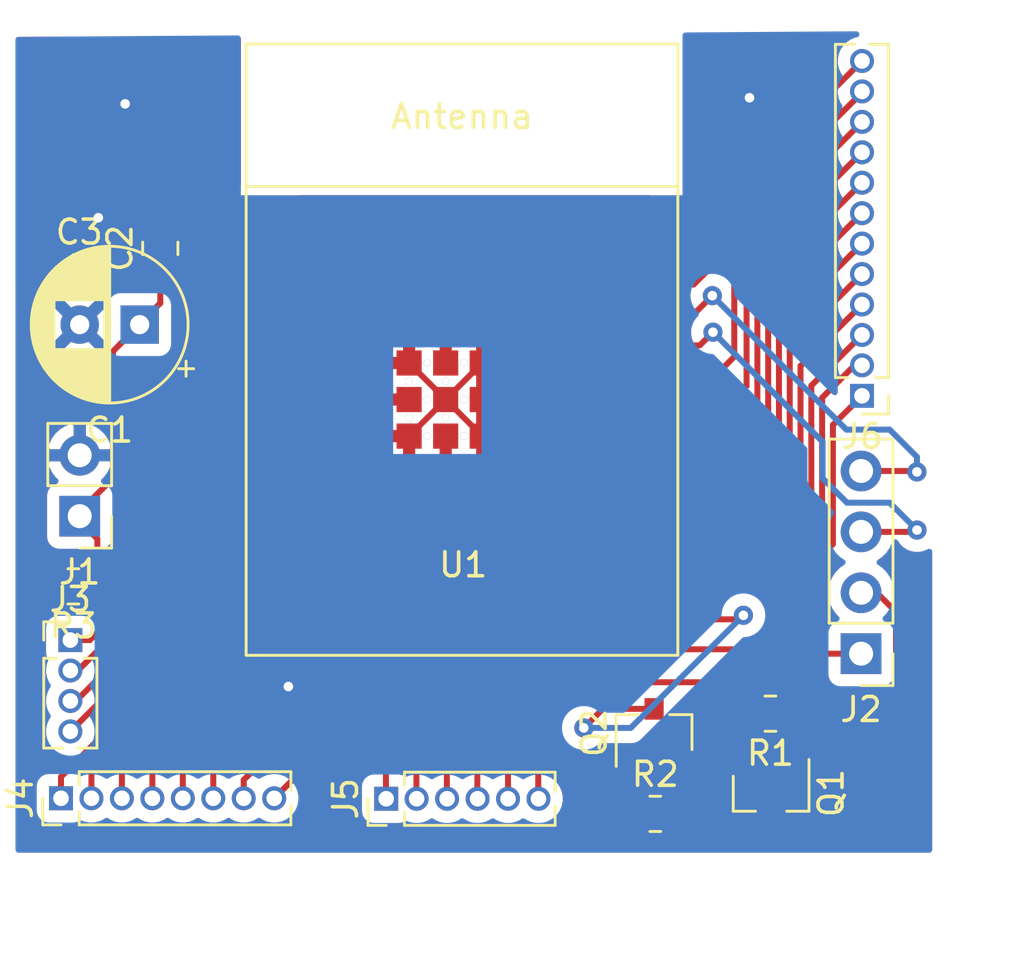
<source format=kicad_pcb>
(kicad_pcb (version 20171130) (host pcbnew 5.1.9+dfsg1-1)

  (general
    (thickness 1.6)
    (drawings 0)
    (tracks 222)
    (zones 0)
    (modules 15)
    (nets 41)
  )

  (page A4)
  (layers
    (0 F.Cu signal)
    (31 B.Cu signal)
    (32 B.Adhes user)
    (33 F.Adhes user)
    (34 B.Paste user)
    (35 F.Paste user)
    (36 B.SilkS user)
    (37 F.SilkS user)
    (38 B.Mask user)
    (39 F.Mask user)
    (40 Dwgs.User user)
    (41 Cmts.User user)
    (42 Eco1.User user)
    (43 Eco2.User user)
    (44 Edge.Cuts user)
    (45 Margin user)
    (46 B.CrtYd user)
    (47 F.CrtYd user)
    (48 B.Fab user)
    (49 F.Fab user)
  )

  (setup
    (last_trace_width 0.25)
    (user_trace_width 0.4)
    (trace_clearance 0.2)
    (zone_clearance 0.508)
    (zone_45_only no)
    (trace_min 0.2)
    (via_size 0.8)
    (via_drill 0.4)
    (via_min_size 0.4)
    (via_min_drill 0.3)
    (uvia_size 0.3)
    (uvia_drill 0.1)
    (uvias_allowed no)
    (uvia_min_size 0.2)
    (uvia_min_drill 0.1)
    (edge_width 0.05)
    (segment_width 0.2)
    (pcb_text_width 0.3)
    (pcb_text_size 1.5 1.5)
    (mod_edge_width 0.12)
    (mod_text_size 1 1)
    (mod_text_width 0.15)
    (pad_size 1.524 1.524)
    (pad_drill 0.762)
    (pad_to_mask_clearance 0)
    (aux_axis_origin 0 0)
    (visible_elements FFFFFF7F)
    (pcbplotparams
      (layerselection 0x00000_ffffffff)
      (usegerberextensions false)
      (usegerberattributes true)
      (usegerberadvancedattributes true)
      (creategerberjobfile true)
      (excludeedgelayer true)
      (linewidth 0.100000)
      (plotframeref false)
      (viasonmask false)
      (mode 1)
      (useauxorigin false)
      (hpglpennumber 1)
      (hpglpenspeed 20)
      (hpglpendiameter 15.000000)
      (psnegative true)
      (psa4output false)
      (plotreference true)
      (plotvalue true)
      (plotinvisibletext false)
      (padsonsilk false)
      (subtractmaskfromsilk false)
      (outputformat 4)
      (mirror true)
      (drillshape 1)
      (scaleselection 1)
      (outputdirectory ""))
  )

  (net 0 "")
  (net 1 "Net-(C3-Pad1)")
  (net 2 RX)
  (net 3 TX)
  (net 4 RTS)
  (net 5 DTR)
  (net 6 "Net-(J3-Pad4)")
  (net 7 "Net-(J3-Pad3)")
  (net 8 "Net-(J3-Pad2)")
  (net 9 "Net-(J3-Pad1)")
  (net 10 "Net-(J4-Pad8)")
  (net 11 "Net-(J4-Pad7)")
  (net 12 "Net-(J4-Pad6)")
  (net 13 "Net-(J4-Pad5)")
  (net 14 "Net-(J4-Pad4)")
  (net 15 "Net-(J4-Pad3)")
  (net 16 "Net-(J4-Pad2)")
  (net 17 "Net-(J4-Pad1)")
  (net 18 "Net-(J5-Pad6)")
  (net 19 "Net-(J5-Pad5)")
  (net 20 "Net-(J5-Pad4)")
  (net 21 "Net-(J5-Pad3)")
  (net 22 "Net-(J5-Pad2)")
  (net 23 "Net-(J5-Pad1)")
  (net 24 "Net-(J6-Pad12)")
  (net 25 "Net-(J6-Pad11)")
  (net 26 "Net-(J6-Pad10)")
  (net 27 "Net-(J6-Pad9)")
  (net 28 "Net-(J6-Pad8)")
  (net 29 "Net-(J6-Pad7)")
  (net 30 "Net-(J6-Pad6)")
  (net 31 "Net-(J6-Pad5)")
  (net 32 "Net-(J6-Pad4)")
  (net 33 "Net-(J6-Pad3)")
  (net 34 "Net-(J6-Pad2)")
  (net 35 "Net-(J6-Pad1)")
  (net 36 "Net-(Q1-Pad1)")
  (net 37 "Net-(Q2-Pad1)")
  (net 38 "Net-(U1-Pad32)")
  (net 39 GND)
  (net 40 3V3)

  (net_class Default "This is the default net class."
    (clearance 0.2)
    (trace_width 0.25)
    (via_dia 0.8)
    (via_drill 0.4)
    (uvia_dia 0.3)
    (uvia_drill 0.1)
    (add_net 3V3)
    (add_net DTR)
    (add_net GND)
    (add_net "Net-(C3-Pad1)")
    (add_net "Net-(J3-Pad1)")
    (add_net "Net-(J3-Pad2)")
    (add_net "Net-(J3-Pad3)")
    (add_net "Net-(J3-Pad4)")
    (add_net "Net-(J4-Pad1)")
    (add_net "Net-(J4-Pad2)")
    (add_net "Net-(J4-Pad3)")
    (add_net "Net-(J4-Pad4)")
    (add_net "Net-(J4-Pad5)")
    (add_net "Net-(J4-Pad6)")
    (add_net "Net-(J4-Pad7)")
    (add_net "Net-(J4-Pad8)")
    (add_net "Net-(J5-Pad1)")
    (add_net "Net-(J5-Pad2)")
    (add_net "Net-(J5-Pad3)")
    (add_net "Net-(J5-Pad4)")
    (add_net "Net-(J5-Pad5)")
    (add_net "Net-(J5-Pad6)")
    (add_net "Net-(J6-Pad1)")
    (add_net "Net-(J6-Pad10)")
    (add_net "Net-(J6-Pad11)")
    (add_net "Net-(J6-Pad12)")
    (add_net "Net-(J6-Pad2)")
    (add_net "Net-(J6-Pad3)")
    (add_net "Net-(J6-Pad4)")
    (add_net "Net-(J6-Pad5)")
    (add_net "Net-(J6-Pad6)")
    (add_net "Net-(J6-Pad7)")
    (add_net "Net-(J6-Pad8)")
    (add_net "Net-(J6-Pad9)")
    (add_net "Net-(Q1-Pad1)")
    (add_net "Net-(Q2-Pad1)")
    (add_net "Net-(U1-Pad32)")
    (add_net RTS)
    (add_net RX)
    (add_net TX)
  )

  (module Capacitor_THT:CP_Radial_D6.3mm_P2.50mm (layer F.Cu) (tedit 5AE50EF0) (tstamp 610A6E9A)
    (at 126.59 96.84 180)
    (descr "CP, Radial series, Radial, pin pitch=2.50mm, , diameter=6.3mm, Electrolytic Capacitor")
    (tags "CP Radial series Radial pin pitch 2.50mm  diameter 6.3mm Electrolytic Capacitor")
    (path /610A95D2)
    (fp_text reference C1 (at 1.25 -4.4) (layer F.SilkS)
      (effects (font (size 1 1) (thickness 0.15)))
    )
    (fp_text value 22uF (at 1.25 4.4) (layer F.Fab)
      (effects (font (size 1 1) (thickness 0.15)))
    )
    (fp_text user %R (at 1.25 0) (layer F.Fab)
      (effects (font (size 1 1) (thickness 0.15)))
    )
    (fp_circle (center 1.25 0) (end 4.4 0) (layer F.Fab) (width 0.1))
    (fp_circle (center 1.25 0) (end 4.52 0) (layer F.SilkS) (width 0.12))
    (fp_circle (center 1.25 0) (end 4.65 0) (layer F.CrtYd) (width 0.05))
    (fp_line (start -1.443972 -1.3735) (end -0.813972 -1.3735) (layer F.Fab) (width 0.1))
    (fp_line (start -1.128972 -1.6885) (end -1.128972 -1.0585) (layer F.Fab) (width 0.1))
    (fp_line (start 1.25 -3.23) (end 1.25 3.23) (layer F.SilkS) (width 0.12))
    (fp_line (start 1.29 -3.23) (end 1.29 3.23) (layer F.SilkS) (width 0.12))
    (fp_line (start 1.33 -3.23) (end 1.33 3.23) (layer F.SilkS) (width 0.12))
    (fp_line (start 1.37 -3.228) (end 1.37 3.228) (layer F.SilkS) (width 0.12))
    (fp_line (start 1.41 -3.227) (end 1.41 3.227) (layer F.SilkS) (width 0.12))
    (fp_line (start 1.45 -3.224) (end 1.45 3.224) (layer F.SilkS) (width 0.12))
    (fp_line (start 1.49 -3.222) (end 1.49 -1.04) (layer F.SilkS) (width 0.12))
    (fp_line (start 1.49 1.04) (end 1.49 3.222) (layer F.SilkS) (width 0.12))
    (fp_line (start 1.53 -3.218) (end 1.53 -1.04) (layer F.SilkS) (width 0.12))
    (fp_line (start 1.53 1.04) (end 1.53 3.218) (layer F.SilkS) (width 0.12))
    (fp_line (start 1.57 -3.215) (end 1.57 -1.04) (layer F.SilkS) (width 0.12))
    (fp_line (start 1.57 1.04) (end 1.57 3.215) (layer F.SilkS) (width 0.12))
    (fp_line (start 1.61 -3.211) (end 1.61 -1.04) (layer F.SilkS) (width 0.12))
    (fp_line (start 1.61 1.04) (end 1.61 3.211) (layer F.SilkS) (width 0.12))
    (fp_line (start 1.65 -3.206) (end 1.65 -1.04) (layer F.SilkS) (width 0.12))
    (fp_line (start 1.65 1.04) (end 1.65 3.206) (layer F.SilkS) (width 0.12))
    (fp_line (start 1.69 -3.201) (end 1.69 -1.04) (layer F.SilkS) (width 0.12))
    (fp_line (start 1.69 1.04) (end 1.69 3.201) (layer F.SilkS) (width 0.12))
    (fp_line (start 1.73 -3.195) (end 1.73 -1.04) (layer F.SilkS) (width 0.12))
    (fp_line (start 1.73 1.04) (end 1.73 3.195) (layer F.SilkS) (width 0.12))
    (fp_line (start 1.77 -3.189) (end 1.77 -1.04) (layer F.SilkS) (width 0.12))
    (fp_line (start 1.77 1.04) (end 1.77 3.189) (layer F.SilkS) (width 0.12))
    (fp_line (start 1.81 -3.182) (end 1.81 -1.04) (layer F.SilkS) (width 0.12))
    (fp_line (start 1.81 1.04) (end 1.81 3.182) (layer F.SilkS) (width 0.12))
    (fp_line (start 1.85 -3.175) (end 1.85 -1.04) (layer F.SilkS) (width 0.12))
    (fp_line (start 1.85 1.04) (end 1.85 3.175) (layer F.SilkS) (width 0.12))
    (fp_line (start 1.89 -3.167) (end 1.89 -1.04) (layer F.SilkS) (width 0.12))
    (fp_line (start 1.89 1.04) (end 1.89 3.167) (layer F.SilkS) (width 0.12))
    (fp_line (start 1.93 -3.159) (end 1.93 -1.04) (layer F.SilkS) (width 0.12))
    (fp_line (start 1.93 1.04) (end 1.93 3.159) (layer F.SilkS) (width 0.12))
    (fp_line (start 1.971 -3.15) (end 1.971 -1.04) (layer F.SilkS) (width 0.12))
    (fp_line (start 1.971 1.04) (end 1.971 3.15) (layer F.SilkS) (width 0.12))
    (fp_line (start 2.011 -3.141) (end 2.011 -1.04) (layer F.SilkS) (width 0.12))
    (fp_line (start 2.011 1.04) (end 2.011 3.141) (layer F.SilkS) (width 0.12))
    (fp_line (start 2.051 -3.131) (end 2.051 -1.04) (layer F.SilkS) (width 0.12))
    (fp_line (start 2.051 1.04) (end 2.051 3.131) (layer F.SilkS) (width 0.12))
    (fp_line (start 2.091 -3.121) (end 2.091 -1.04) (layer F.SilkS) (width 0.12))
    (fp_line (start 2.091 1.04) (end 2.091 3.121) (layer F.SilkS) (width 0.12))
    (fp_line (start 2.131 -3.11) (end 2.131 -1.04) (layer F.SilkS) (width 0.12))
    (fp_line (start 2.131 1.04) (end 2.131 3.11) (layer F.SilkS) (width 0.12))
    (fp_line (start 2.171 -3.098) (end 2.171 -1.04) (layer F.SilkS) (width 0.12))
    (fp_line (start 2.171 1.04) (end 2.171 3.098) (layer F.SilkS) (width 0.12))
    (fp_line (start 2.211 -3.086) (end 2.211 -1.04) (layer F.SilkS) (width 0.12))
    (fp_line (start 2.211 1.04) (end 2.211 3.086) (layer F.SilkS) (width 0.12))
    (fp_line (start 2.251 -3.074) (end 2.251 -1.04) (layer F.SilkS) (width 0.12))
    (fp_line (start 2.251 1.04) (end 2.251 3.074) (layer F.SilkS) (width 0.12))
    (fp_line (start 2.291 -3.061) (end 2.291 -1.04) (layer F.SilkS) (width 0.12))
    (fp_line (start 2.291 1.04) (end 2.291 3.061) (layer F.SilkS) (width 0.12))
    (fp_line (start 2.331 -3.047) (end 2.331 -1.04) (layer F.SilkS) (width 0.12))
    (fp_line (start 2.331 1.04) (end 2.331 3.047) (layer F.SilkS) (width 0.12))
    (fp_line (start 2.371 -3.033) (end 2.371 -1.04) (layer F.SilkS) (width 0.12))
    (fp_line (start 2.371 1.04) (end 2.371 3.033) (layer F.SilkS) (width 0.12))
    (fp_line (start 2.411 -3.018) (end 2.411 -1.04) (layer F.SilkS) (width 0.12))
    (fp_line (start 2.411 1.04) (end 2.411 3.018) (layer F.SilkS) (width 0.12))
    (fp_line (start 2.451 -3.002) (end 2.451 -1.04) (layer F.SilkS) (width 0.12))
    (fp_line (start 2.451 1.04) (end 2.451 3.002) (layer F.SilkS) (width 0.12))
    (fp_line (start 2.491 -2.986) (end 2.491 -1.04) (layer F.SilkS) (width 0.12))
    (fp_line (start 2.491 1.04) (end 2.491 2.986) (layer F.SilkS) (width 0.12))
    (fp_line (start 2.531 -2.97) (end 2.531 -1.04) (layer F.SilkS) (width 0.12))
    (fp_line (start 2.531 1.04) (end 2.531 2.97) (layer F.SilkS) (width 0.12))
    (fp_line (start 2.571 -2.952) (end 2.571 -1.04) (layer F.SilkS) (width 0.12))
    (fp_line (start 2.571 1.04) (end 2.571 2.952) (layer F.SilkS) (width 0.12))
    (fp_line (start 2.611 -2.934) (end 2.611 -1.04) (layer F.SilkS) (width 0.12))
    (fp_line (start 2.611 1.04) (end 2.611 2.934) (layer F.SilkS) (width 0.12))
    (fp_line (start 2.651 -2.916) (end 2.651 -1.04) (layer F.SilkS) (width 0.12))
    (fp_line (start 2.651 1.04) (end 2.651 2.916) (layer F.SilkS) (width 0.12))
    (fp_line (start 2.691 -2.896) (end 2.691 -1.04) (layer F.SilkS) (width 0.12))
    (fp_line (start 2.691 1.04) (end 2.691 2.896) (layer F.SilkS) (width 0.12))
    (fp_line (start 2.731 -2.876) (end 2.731 -1.04) (layer F.SilkS) (width 0.12))
    (fp_line (start 2.731 1.04) (end 2.731 2.876) (layer F.SilkS) (width 0.12))
    (fp_line (start 2.771 -2.856) (end 2.771 -1.04) (layer F.SilkS) (width 0.12))
    (fp_line (start 2.771 1.04) (end 2.771 2.856) (layer F.SilkS) (width 0.12))
    (fp_line (start 2.811 -2.834) (end 2.811 -1.04) (layer F.SilkS) (width 0.12))
    (fp_line (start 2.811 1.04) (end 2.811 2.834) (layer F.SilkS) (width 0.12))
    (fp_line (start 2.851 -2.812) (end 2.851 -1.04) (layer F.SilkS) (width 0.12))
    (fp_line (start 2.851 1.04) (end 2.851 2.812) (layer F.SilkS) (width 0.12))
    (fp_line (start 2.891 -2.79) (end 2.891 -1.04) (layer F.SilkS) (width 0.12))
    (fp_line (start 2.891 1.04) (end 2.891 2.79) (layer F.SilkS) (width 0.12))
    (fp_line (start 2.931 -2.766) (end 2.931 -1.04) (layer F.SilkS) (width 0.12))
    (fp_line (start 2.931 1.04) (end 2.931 2.766) (layer F.SilkS) (width 0.12))
    (fp_line (start 2.971 -2.742) (end 2.971 -1.04) (layer F.SilkS) (width 0.12))
    (fp_line (start 2.971 1.04) (end 2.971 2.742) (layer F.SilkS) (width 0.12))
    (fp_line (start 3.011 -2.716) (end 3.011 -1.04) (layer F.SilkS) (width 0.12))
    (fp_line (start 3.011 1.04) (end 3.011 2.716) (layer F.SilkS) (width 0.12))
    (fp_line (start 3.051 -2.69) (end 3.051 -1.04) (layer F.SilkS) (width 0.12))
    (fp_line (start 3.051 1.04) (end 3.051 2.69) (layer F.SilkS) (width 0.12))
    (fp_line (start 3.091 -2.664) (end 3.091 -1.04) (layer F.SilkS) (width 0.12))
    (fp_line (start 3.091 1.04) (end 3.091 2.664) (layer F.SilkS) (width 0.12))
    (fp_line (start 3.131 -2.636) (end 3.131 -1.04) (layer F.SilkS) (width 0.12))
    (fp_line (start 3.131 1.04) (end 3.131 2.636) (layer F.SilkS) (width 0.12))
    (fp_line (start 3.171 -2.607) (end 3.171 -1.04) (layer F.SilkS) (width 0.12))
    (fp_line (start 3.171 1.04) (end 3.171 2.607) (layer F.SilkS) (width 0.12))
    (fp_line (start 3.211 -2.578) (end 3.211 -1.04) (layer F.SilkS) (width 0.12))
    (fp_line (start 3.211 1.04) (end 3.211 2.578) (layer F.SilkS) (width 0.12))
    (fp_line (start 3.251 -2.548) (end 3.251 -1.04) (layer F.SilkS) (width 0.12))
    (fp_line (start 3.251 1.04) (end 3.251 2.548) (layer F.SilkS) (width 0.12))
    (fp_line (start 3.291 -2.516) (end 3.291 -1.04) (layer F.SilkS) (width 0.12))
    (fp_line (start 3.291 1.04) (end 3.291 2.516) (layer F.SilkS) (width 0.12))
    (fp_line (start 3.331 -2.484) (end 3.331 -1.04) (layer F.SilkS) (width 0.12))
    (fp_line (start 3.331 1.04) (end 3.331 2.484) (layer F.SilkS) (width 0.12))
    (fp_line (start 3.371 -2.45) (end 3.371 -1.04) (layer F.SilkS) (width 0.12))
    (fp_line (start 3.371 1.04) (end 3.371 2.45) (layer F.SilkS) (width 0.12))
    (fp_line (start 3.411 -2.416) (end 3.411 -1.04) (layer F.SilkS) (width 0.12))
    (fp_line (start 3.411 1.04) (end 3.411 2.416) (layer F.SilkS) (width 0.12))
    (fp_line (start 3.451 -2.38) (end 3.451 -1.04) (layer F.SilkS) (width 0.12))
    (fp_line (start 3.451 1.04) (end 3.451 2.38) (layer F.SilkS) (width 0.12))
    (fp_line (start 3.491 -2.343) (end 3.491 -1.04) (layer F.SilkS) (width 0.12))
    (fp_line (start 3.491 1.04) (end 3.491 2.343) (layer F.SilkS) (width 0.12))
    (fp_line (start 3.531 -2.305) (end 3.531 -1.04) (layer F.SilkS) (width 0.12))
    (fp_line (start 3.531 1.04) (end 3.531 2.305) (layer F.SilkS) (width 0.12))
    (fp_line (start 3.571 -2.265) (end 3.571 2.265) (layer F.SilkS) (width 0.12))
    (fp_line (start 3.611 -2.224) (end 3.611 2.224) (layer F.SilkS) (width 0.12))
    (fp_line (start 3.651 -2.182) (end 3.651 2.182) (layer F.SilkS) (width 0.12))
    (fp_line (start 3.691 -2.137) (end 3.691 2.137) (layer F.SilkS) (width 0.12))
    (fp_line (start 3.731 -2.092) (end 3.731 2.092) (layer F.SilkS) (width 0.12))
    (fp_line (start 3.771 -2.044) (end 3.771 2.044) (layer F.SilkS) (width 0.12))
    (fp_line (start 3.811 -1.995) (end 3.811 1.995) (layer F.SilkS) (width 0.12))
    (fp_line (start 3.851 -1.944) (end 3.851 1.944) (layer F.SilkS) (width 0.12))
    (fp_line (start 3.891 -1.89) (end 3.891 1.89) (layer F.SilkS) (width 0.12))
    (fp_line (start 3.931 -1.834) (end 3.931 1.834) (layer F.SilkS) (width 0.12))
    (fp_line (start 3.971 -1.776) (end 3.971 1.776) (layer F.SilkS) (width 0.12))
    (fp_line (start 4.011 -1.714) (end 4.011 1.714) (layer F.SilkS) (width 0.12))
    (fp_line (start 4.051 -1.65) (end 4.051 1.65) (layer F.SilkS) (width 0.12))
    (fp_line (start 4.091 -1.581) (end 4.091 1.581) (layer F.SilkS) (width 0.12))
    (fp_line (start 4.131 -1.509) (end 4.131 1.509) (layer F.SilkS) (width 0.12))
    (fp_line (start 4.171 -1.432) (end 4.171 1.432) (layer F.SilkS) (width 0.12))
    (fp_line (start 4.211 -1.35) (end 4.211 1.35) (layer F.SilkS) (width 0.12))
    (fp_line (start 4.251 -1.262) (end 4.251 1.262) (layer F.SilkS) (width 0.12))
    (fp_line (start 4.291 -1.165) (end 4.291 1.165) (layer F.SilkS) (width 0.12))
    (fp_line (start 4.331 -1.059) (end 4.331 1.059) (layer F.SilkS) (width 0.12))
    (fp_line (start 4.371 -0.94) (end 4.371 0.94) (layer F.SilkS) (width 0.12))
    (fp_line (start 4.411 -0.802) (end 4.411 0.802) (layer F.SilkS) (width 0.12))
    (fp_line (start 4.451 -0.633) (end 4.451 0.633) (layer F.SilkS) (width 0.12))
    (fp_line (start 4.491 -0.402) (end 4.491 0.402) (layer F.SilkS) (width 0.12))
    (fp_line (start -2.250241 -1.839) (end -1.620241 -1.839) (layer F.SilkS) (width 0.12))
    (fp_line (start -1.935241 -2.154) (end -1.935241 -1.524) (layer F.SilkS) (width 0.12))
    (pad 2 thru_hole circle (at 2.5 0 180) (size 1.6 1.6) (drill 0.8) (layers *.Cu *.Mask)
      (net 39 GND))
    (pad 1 thru_hole rect (at 0 0 180) (size 1.6 1.6) (drill 0.8) (layers *.Cu *.Mask)
      (net 40 3V3))
    (model ${KISYS3DMOD}/Capacitor_THT.3dshapes/CP_Radial_D6.3mm_P2.50mm.wrl
      (at (xyz 0 0 0))
      (scale (xyz 1 1 1))
      (rotate (xyz 0 0 0))
    )
  )

  (module wifi:esp-wroom-32 (layer F.Cu) (tedit 610A30F9) (tstamp 610A6FF8)
    (at 140.029758 92.625)
    (path /6109A64F)
    (fp_text reference U1 (at 0.05 14.236) (layer F.SilkS)
      (effects (font (size 1 1) (thickness 0.15)))
    )
    (fp_text value esp-wroom-32 (at 0.05 12.839) (layer F.Fab)
      (effects (font (size 1 1) (thickness 0.15)))
    )
    (fp_text user Antenna (at 0 -4.47) (layer F.SilkS)
      (effects (font (size 1 1) (thickness 0.15)))
    )
    (fp_line (start -9 -7.49) (end -9 18.01) (layer F.SilkS) (width 0.12))
    (fp_line (start -9 18.01) (end 9 18.01) (layer F.SilkS) (width 0.12))
    (fp_line (start 9 18.01) (end 9 -7.49) (layer F.SilkS) (width 0.12))
    (fp_line (start -9 -7.49) (end 9 -7.49) (layer F.SilkS) (width 0.12))
    (fp_line (start -9 -1.55) (end 9 -1.55) (layer F.SilkS) (width 0.12))
    (pad "" thru_hole circle (at -0.68 8.1025) (size 0.3 0.3) (drill 0.3) (layers *.Cu *.Mask))
    (pad "" thru_hole circle (at -2.205 8.1025) (size 0.3 0.3) (drill 0.3) (layers *.Cu *.Mask))
    (pad "" thru_hole circle (at -0.68 6.5775) (size 0.3 0.3) (drill 0.3) (layers *.Cu *.Mask))
    (pad "" thru_hole circle (at -2.205 6.5775) (size 0.3 0.3) (drill 0.3) (layers *.Cu *.Mask))
    (pad "" thru_hole circle (at 0.0825 8.865) (size 0.3 0.3) (drill 0.3) (layers *.Cu *.Mask))
    (pad "" thru_hole circle (at -1.4425 8.865) (size 0.3 0.3) (drill 0.3) (layers *.Cu *.Mask))
    (pad "" thru_hole circle (at 0.0825 7.34) (size 0.3 0.3) (drill 0.3) (layers *.Cu *.Mask))
    (pad "" thru_hole circle (at -1.4425 7.34) (size 0.3 0.3) (drill 0.3) (layers *.Cu *.Mask))
    (pad "" thru_hole circle (at 0.0825 5.815) (size 0.3 0.3) (drill 0.3) (layers *.Cu *.Mask))
    (pad "" thru_hole circle (at -1.4425 5.815) (size 0.3 0.3) (drill 0.3) (layers *.Cu *.Mask))
    (pad 39 smd rect (at 0.845 8.865) (size 1.05 1.05) (layers F.Cu F.Paste F.Mask)
      (net 39 GND))
    (pad 39 smd rect (at -0.68 8.865) (size 1.05 1.05) (layers F.Cu F.Paste F.Mask)
      (net 39 GND))
    (pad 39 smd rect (at -2.205 8.865) (size 1.05 1.05) (layers F.Cu F.Paste F.Mask)
      (net 39 GND))
    (pad 39 smd rect (at 0.845 7.34) (size 1.05 1.05) (layers F.Cu F.Paste F.Mask)
      (net 39 GND))
    (pad 39 smd rect (at -0.68 7.34) (size 1.05 1.05) (layers F.Cu F.Paste F.Mask)
      (net 39 GND))
    (pad 39 smd rect (at -2.205 7.34) (size 1.05 1.05) (layers F.Cu F.Paste F.Mask)
      (net 39 GND))
    (pad 39 smd rect (at 0.845 5.815) (size 1.05 1.05) (layers F.Cu F.Paste F.Mask)
      (net 39 GND))
    (pad 39 smd rect (at -0.68 5.815) (size 1.05 1.05) (layers F.Cu F.Paste F.Mask)
      (net 39 GND))
    (pad 39 smd rect (at -2.205 5.815) (size 1.05 1.05) (layers F.Cu F.Paste F.Mask)
      (net 39 GND))
    (pad 24 smd rect (at 5.72 17.76) (size 0.9 1.5) (layers F.Cu F.Paste F.Mask)
      (net 34 "Net-(J6-Pad2)"))
    (pad 23 smd rect (at 4.45 17.76) (size 0.9 1.5) (layers F.Cu F.Paste F.Mask)
      (net 35 "Net-(J6-Pad1)"))
    (pad 22 smd rect (at 3.18 17.76) (size 0.9 1.5) (layers F.Cu F.Paste F.Mask)
      (net 18 "Net-(J5-Pad6)"))
    (pad 21 smd rect (at 1.91 17.76) (size 0.9 1.5) (layers F.Cu F.Paste F.Mask)
      (net 19 "Net-(J5-Pad5)"))
    (pad 20 smd rect (at 0.64 17.76) (size 0.9 1.5) (layers F.Cu F.Paste F.Mask)
      (net 20 "Net-(J5-Pad4)"))
    (pad 19 smd rect (at -0.63 17.76) (size 0.9 1.5) (layers F.Cu F.Paste F.Mask)
      (net 21 "Net-(J5-Pad3)"))
    (pad 18 smd rect (at -1.9 17.76) (size 0.9 1.5) (layers F.Cu F.Paste F.Mask)
      (net 22 "Net-(J5-Pad2)"))
    (pad 17 smd rect (at -3.17 17.76) (size 0.9 1.5) (layers F.Cu F.Paste F.Mask)
      (net 23 "Net-(J5-Pad1)"))
    (pad 16 smd rect (at -4.44 17.76) (size 0.9 1.5) (layers F.Cu F.Paste F.Mask)
      (net 10 "Net-(J4-Pad8)"))
    (pad 15 smd rect (at -5.71 17.76) (size 0.9 1.5) (layers F.Cu F.Paste F.Mask)
      (net 39 GND))
    (pad 25 smd rect (at 8.75 16.51) (size 1.5 0.9) (layers F.Cu F.Paste F.Mask)
      (net 33 "Net-(J6-Pad3)"))
    (pad 26 smd rect (at 8.75 15.24) (size 1.5 0.9) (layers F.Cu F.Paste F.Mask)
      (net 32 "Net-(J6-Pad4)"))
    (pad 27 smd rect (at 8.75 13.97) (size 1.5 0.9) (layers F.Cu F.Paste F.Mask)
      (net 31 "Net-(J6-Pad5)"))
    (pad 28 smd rect (at 8.75 12.7) (size 1.5 0.9) (layers F.Cu F.Paste F.Mask)
      (net 30 "Net-(J6-Pad6)"))
    (pad 29 smd rect (at 8.75 11.43) (size 1.5 0.9) (layers F.Cu F.Paste F.Mask)
      (net 29 "Net-(J6-Pad7)"))
    (pad 30 smd rect (at 8.75 10.16) (size 1.5 0.9) (layers F.Cu F.Paste F.Mask)
      (net 28 "Net-(J6-Pad8)"))
    (pad 31 smd rect (at 8.75 8.89) (size 1.5 0.9) (layers F.Cu F.Paste F.Mask)
      (net 27 "Net-(J6-Pad9)"))
    (pad 32 smd rect (at 8.75 7.62) (size 1.5 0.9) (layers F.Cu F.Paste F.Mask)
      (net 38 "Net-(U1-Pad32)"))
    (pad 33 smd rect (at 8.75 6.35) (size 1.5 0.9) (layers F.Cu F.Paste F.Mask)
      (net 26 "Net-(J6-Pad10)"))
    (pad 34 smd rect (at 8.75 5.08) (size 1.5 0.9) (layers F.Cu F.Paste F.Mask)
      (net 3 TX))
    (pad 35 smd rect (at 8.75 3.81) (size 1.5 0.9) (layers F.Cu F.Paste F.Mask)
      (net 2 RX))
    (pad 36 smd rect (at 8.75 2.54) (size 1.5 0.9) (layers F.Cu F.Paste F.Mask)
      (net 25 "Net-(J6-Pad11)"))
    (pad 37 smd rect (at 8.75 1.27) (size 1.5 0.9) (layers F.Cu F.Paste F.Mask)
      (net 24 "Net-(J6-Pad12)"))
    (pad 38 smd rect (at 8.75 0) (size 1.5 0.9) (layers F.Cu F.Paste F.Mask)
      (net 39 GND))
    (pad 14 smd rect (at -8.75 16.51) (size 1.5 0.9) (layers F.Cu F.Paste F.Mask)
      (net 11 "Net-(J4-Pad7)"))
    (pad 13 smd rect (at -8.75 15.24) (size 1.5 0.9) (layers F.Cu F.Paste F.Mask)
      (net 12 "Net-(J4-Pad6)"))
    (pad 12 smd rect (at -8.75 13.97) (size 1.5 0.9) (layers F.Cu F.Paste F.Mask)
      (net 13 "Net-(J4-Pad5)"))
    (pad 11 smd rect (at -8.75 12.7) (size 1.5 0.9) (layers F.Cu F.Paste F.Mask)
      (net 14 "Net-(J4-Pad4)"))
    (pad 10 smd rect (at -8.75 11.43) (size 1.5 0.9) (layers F.Cu F.Paste F.Mask)
      (net 15 "Net-(J4-Pad3)"))
    (pad 9 smd rect (at -8.75 10.16) (size 1.5 0.9) (layers F.Cu F.Paste F.Mask)
      (net 16 "Net-(J4-Pad2)"))
    (pad 8 smd rect (at -8.75 8.89) (size 1.5 0.9) (layers F.Cu F.Paste F.Mask)
      (net 17 "Net-(J4-Pad1)"))
    (pad 7 smd rect (at -8.75 7.62) (size 1.5 0.9) (layers F.Cu F.Paste F.Mask)
      (net 6 "Net-(J3-Pad4)"))
    (pad 6 smd rect (at -8.75 6.35) (size 1.5 0.9) (layers F.Cu F.Paste F.Mask)
      (net 7 "Net-(J3-Pad3)"))
    (pad 5 smd rect (at -8.75 5.08) (size 1.5 0.9) (layers F.Cu F.Paste F.Mask)
      (net 8 "Net-(J3-Pad2)"))
    (pad 4 smd rect (at -8.75 3.81) (size 1.5 0.9) (layers F.Cu F.Paste F.Mask)
      (net 9 "Net-(J3-Pad1)"))
    (pad 3 smd rect (at -8.75 2.54) (size 1.5 0.9) (layers F.Cu F.Paste F.Mask)
      (net 1 "Net-(C3-Pad1)"))
    (pad 2 smd rect (at -8.75 1.27) (size 1.5 0.9) (layers F.Cu F.Paste F.Mask)
      (net 40 3V3))
    (pad 1 smd rect (at -8.75 0) (size 1.5 0.9) (layers F.Cu F.Paste F.Mask)
      (net 39 GND))
  )

  (module Connector_PinHeader_2.54mm:PinHeader_1x04_P2.54mm_Vertical (layer F.Cu) (tedit 59FED5CC) (tstamp 610A6EEA)
    (at 156.6714 110.5662 180)
    (descr "Through hole straight pin header, 1x04, 2.54mm pitch, single row")
    (tags "Through hole pin header THT 1x04 2.54mm single row")
    (path /610C5DA3)
    (fp_text reference J2 (at 0 -2.33) (layer F.SilkS)
      (effects (font (size 1 1) (thickness 0.15)))
    )
    (fp_text value USART (at 0 9.95) (layer F.Fab)
      (effects (font (size 1 1) (thickness 0.15)))
    )
    (fp_text user %R (at 0 3.81 90) (layer F.Fab)
      (effects (font (size 1 1) (thickness 0.15)))
    )
    (fp_line (start -0.635 -1.27) (end 1.27 -1.27) (layer F.Fab) (width 0.1))
    (fp_line (start 1.27 -1.27) (end 1.27 8.89) (layer F.Fab) (width 0.1))
    (fp_line (start 1.27 8.89) (end -1.27 8.89) (layer F.Fab) (width 0.1))
    (fp_line (start -1.27 8.89) (end -1.27 -0.635) (layer F.Fab) (width 0.1))
    (fp_line (start -1.27 -0.635) (end -0.635 -1.27) (layer F.Fab) (width 0.1))
    (fp_line (start -1.33 8.95) (end 1.33 8.95) (layer F.SilkS) (width 0.12))
    (fp_line (start -1.33 1.27) (end -1.33 8.95) (layer F.SilkS) (width 0.12))
    (fp_line (start 1.33 1.27) (end 1.33 8.95) (layer F.SilkS) (width 0.12))
    (fp_line (start -1.33 1.27) (end 1.33 1.27) (layer F.SilkS) (width 0.12))
    (fp_line (start -1.33 0) (end -1.33 -1.33) (layer F.SilkS) (width 0.12))
    (fp_line (start -1.33 -1.33) (end 0 -1.33) (layer F.SilkS) (width 0.12))
    (fp_line (start -1.8 -1.8) (end -1.8 9.4) (layer F.CrtYd) (width 0.05))
    (fp_line (start -1.8 9.4) (end 1.8 9.4) (layer F.CrtYd) (width 0.05))
    (fp_line (start 1.8 9.4) (end 1.8 -1.8) (layer F.CrtYd) (width 0.05))
    (fp_line (start 1.8 -1.8) (end -1.8 -1.8) (layer F.CrtYd) (width 0.05))
    (pad 4 thru_hole oval (at 0 7.62 180) (size 1.7 1.7) (drill 1) (layers *.Cu *.Mask)
      (net 2 RX))
    (pad 3 thru_hole oval (at 0 5.08 180) (size 1.7 1.7) (drill 1) (layers *.Cu *.Mask)
      (net 3 TX))
    (pad 2 thru_hole oval (at 0 2.54 180) (size 1.7 1.7) (drill 1) (layers *.Cu *.Mask)
      (net 4 RTS))
    (pad 1 thru_hole rect (at 0 0 180) (size 1.7 1.7) (drill 1) (layers *.Cu *.Mask)
      (net 5 DTR))
    (model ${KISYS3DMOD}/Connector_PinHeader_2.54mm.3dshapes/PinHeader_1x04_P2.54mm_Vertical.wrl
      (at (xyz 0 0 0))
      (scale (xyz 1 1 1))
      (rotate (xyz 0 0 0))
    )
  )

  (module Connector_PinHeader_1.27mm:PinHeader_1x04_P1.27mm_Vertical (layer F.Cu) (tedit 59FED6E3) (tstamp 610ABBFF)
    (at 123.7 110)
    (descr "Through hole straight pin header, 1x04, 1.27mm pitch, single row")
    (tags "Through hole pin header THT 1x04 1.27mm single row")
    (path /610D60A3)
    (fp_text reference J3 (at 0 -1.695) (layer F.SilkS)
      (effects (font (size 1 1) (thickness 0.15)))
    )
    (fp_text value Input (at 0 5.505) (layer F.Fab)
      (effects (font (size 1 1) (thickness 0.15)))
    )
    (fp_text user %R (at 0 1.905 90) (layer F.Fab)
      (effects (font (size 1 1) (thickness 0.15)))
    )
    (fp_line (start -0.525 -0.635) (end 1.05 -0.635) (layer F.Fab) (width 0.1))
    (fp_line (start 1.05 -0.635) (end 1.05 4.445) (layer F.Fab) (width 0.1))
    (fp_line (start 1.05 4.445) (end -1.05 4.445) (layer F.Fab) (width 0.1))
    (fp_line (start -1.05 4.445) (end -1.05 -0.11) (layer F.Fab) (width 0.1))
    (fp_line (start -1.05 -0.11) (end -0.525 -0.635) (layer F.Fab) (width 0.1))
    (fp_line (start -1.11 4.505) (end -0.30753 4.505) (layer F.SilkS) (width 0.12))
    (fp_line (start 0.30753 4.505) (end 1.11 4.505) (layer F.SilkS) (width 0.12))
    (fp_line (start -1.11 0.76) (end -1.11 4.505) (layer F.SilkS) (width 0.12))
    (fp_line (start 1.11 0.76) (end 1.11 4.505) (layer F.SilkS) (width 0.12))
    (fp_line (start -1.11 0.76) (end -0.563471 0.76) (layer F.SilkS) (width 0.12))
    (fp_line (start 0.563471 0.76) (end 1.11 0.76) (layer F.SilkS) (width 0.12))
    (fp_line (start -1.11 0) (end -1.11 -0.76) (layer F.SilkS) (width 0.12))
    (fp_line (start -1.11 -0.76) (end 0 -0.76) (layer F.SilkS) (width 0.12))
    (fp_line (start -1.55 -1.15) (end -1.55 4.95) (layer F.CrtYd) (width 0.05))
    (fp_line (start -1.55 4.95) (end 1.55 4.95) (layer F.CrtYd) (width 0.05))
    (fp_line (start 1.55 4.95) (end 1.55 -1.15) (layer F.CrtYd) (width 0.05))
    (fp_line (start 1.55 -1.15) (end -1.55 -1.15) (layer F.CrtYd) (width 0.05))
    (pad 4 thru_hole oval (at 0 3.81) (size 1 1) (drill 0.65) (layers *.Cu *.Mask)
      (net 6 "Net-(J3-Pad4)"))
    (pad 3 thru_hole oval (at 0 2.54) (size 1 1) (drill 0.65) (layers *.Cu *.Mask)
      (net 7 "Net-(J3-Pad3)"))
    (pad 2 thru_hole oval (at 0 1.27) (size 1 1) (drill 0.65) (layers *.Cu *.Mask)
      (net 8 "Net-(J3-Pad2)"))
    (pad 1 thru_hole rect (at 0 0) (size 1 1) (drill 0.65) (layers *.Cu *.Mask)
      (net 9 "Net-(J3-Pad1)"))
    (model ${KISYS3DMOD}/Connector_PinHeader_1.27mm.3dshapes/PinHeader_1x04_P1.27mm_Vertical.wrl
      (at (xyz 0 0 0))
      (scale (xyz 1 1 1))
      (rotate (xyz 0 0 0))
    )
  )

  (module Connector_PinHeader_1.27mm:PinHeader_1x08_P1.27mm_Vertical (layer F.Cu) (tedit 59FED6E3) (tstamp 610AB4A1)
    (at 123.31 116.6 90)
    (descr "Through hole straight pin header, 1x08, 1.27mm pitch, single row")
    (tags "Through hole pin header THT 1x08 1.27mm single row")
    (path /61152129)
    (fp_text reference J4 (at 0 -1.695 90) (layer F.SilkS)
      (effects (font (size 1 1) (thickness 0.15)))
    )
    (fp_text value Conn_01x08_Male (at 0 10.585 90) (layer F.Fab)
      (effects (font (size 1 1) (thickness 0.15)))
    )
    (fp_text user %R (at 0 4.445) (layer F.Fab)
      (effects (font (size 1 1) (thickness 0.15)))
    )
    (fp_line (start -0.525 -0.635) (end 1.05 -0.635) (layer F.Fab) (width 0.1))
    (fp_line (start 1.05 -0.635) (end 1.05 9.525) (layer F.Fab) (width 0.1))
    (fp_line (start 1.05 9.525) (end -1.05 9.525) (layer F.Fab) (width 0.1))
    (fp_line (start -1.05 9.525) (end -1.05 -0.11) (layer F.Fab) (width 0.1))
    (fp_line (start -1.05 -0.11) (end -0.525 -0.635) (layer F.Fab) (width 0.1))
    (fp_line (start -1.11 9.585) (end -0.30753 9.585) (layer F.SilkS) (width 0.12))
    (fp_line (start 0.30753 9.585) (end 1.11 9.585) (layer F.SilkS) (width 0.12))
    (fp_line (start -1.11 0.76) (end -1.11 9.585) (layer F.SilkS) (width 0.12))
    (fp_line (start 1.11 0.76) (end 1.11 9.585) (layer F.SilkS) (width 0.12))
    (fp_line (start -1.11 0.76) (end -0.563471 0.76) (layer F.SilkS) (width 0.12))
    (fp_line (start 0.563471 0.76) (end 1.11 0.76) (layer F.SilkS) (width 0.12))
    (fp_line (start -1.11 0) (end -1.11 -0.76) (layer F.SilkS) (width 0.12))
    (fp_line (start -1.11 -0.76) (end 0 -0.76) (layer F.SilkS) (width 0.12))
    (fp_line (start -1.55 -1.15) (end -1.55 10.05) (layer F.CrtYd) (width 0.05))
    (fp_line (start -1.55 10.05) (end 1.55 10.05) (layer F.CrtYd) (width 0.05))
    (fp_line (start 1.55 10.05) (end 1.55 -1.15) (layer F.CrtYd) (width 0.05))
    (fp_line (start 1.55 -1.15) (end -1.55 -1.15) (layer F.CrtYd) (width 0.05))
    (pad 8 thru_hole oval (at 0 8.89 90) (size 1 1) (drill 0.65) (layers *.Cu *.Mask)
      (net 10 "Net-(J4-Pad8)"))
    (pad 7 thru_hole oval (at 0 7.62 90) (size 1 1) (drill 0.65) (layers *.Cu *.Mask)
      (net 11 "Net-(J4-Pad7)"))
    (pad 6 thru_hole oval (at 0 6.35 90) (size 1 1) (drill 0.65) (layers *.Cu *.Mask)
      (net 12 "Net-(J4-Pad6)"))
    (pad 5 thru_hole oval (at 0 5.08 90) (size 1 1) (drill 0.65) (layers *.Cu *.Mask)
      (net 13 "Net-(J4-Pad5)"))
    (pad 4 thru_hole oval (at 0 3.81 90) (size 1 1) (drill 0.65) (layers *.Cu *.Mask)
      (net 14 "Net-(J4-Pad4)"))
    (pad 3 thru_hole oval (at 0 2.54 90) (size 1 1) (drill 0.65) (layers *.Cu *.Mask)
      (net 15 "Net-(J4-Pad3)"))
    (pad 2 thru_hole oval (at 0 1.27 90) (size 1 1) (drill 0.65) (layers *.Cu *.Mask)
      (net 16 "Net-(J4-Pad2)"))
    (pad 1 thru_hole rect (at 0 0 90) (size 1 1) (drill 0.65) (layers *.Cu *.Mask)
      (net 17 "Net-(J4-Pad1)"))
    (model ${KISYS3DMOD}/Connector_PinHeader_1.27mm.3dshapes/PinHeader_1x08_P1.27mm_Vertical.wrl
      (at (xyz 0 0 0))
      (scale (xyz 1 1 1))
      (rotate (xyz 0 0 0))
    )
  )

  (module Connector_PinHeader_1.27mm:PinHeader_1x06_P1.27mm_Vertical (layer F.Cu) (tedit 59FED6E3) (tstamp 610AACE4)
    (at 136.87 116.62 90)
    (descr "Through hole straight pin header, 1x06, 1.27mm pitch, single row")
    (tags "Through hole pin header THT 1x06 1.27mm single row")
    (path /610F953C)
    (fp_text reference J5 (at 0 -1.695 90) (layer F.SilkS)
      (effects (font (size 1 1) (thickness 0.15)))
    )
    (fp_text value Conn_01x06_Male (at 0 8.045 90) (layer F.Fab)
      (effects (font (size 1 1) (thickness 0.15)))
    )
    (fp_text user %R (at 0 3.175) (layer F.Fab)
      (effects (font (size 1 1) (thickness 0.15)))
    )
    (fp_line (start -0.525 -0.635) (end 1.05 -0.635) (layer F.Fab) (width 0.1))
    (fp_line (start 1.05 -0.635) (end 1.05 6.985) (layer F.Fab) (width 0.1))
    (fp_line (start 1.05 6.985) (end -1.05 6.985) (layer F.Fab) (width 0.1))
    (fp_line (start -1.05 6.985) (end -1.05 -0.11) (layer F.Fab) (width 0.1))
    (fp_line (start -1.05 -0.11) (end -0.525 -0.635) (layer F.Fab) (width 0.1))
    (fp_line (start -1.11 7.045) (end -0.30753 7.045) (layer F.SilkS) (width 0.12))
    (fp_line (start 0.30753 7.045) (end 1.11 7.045) (layer F.SilkS) (width 0.12))
    (fp_line (start -1.11 0.76) (end -1.11 7.045) (layer F.SilkS) (width 0.12))
    (fp_line (start 1.11 0.76) (end 1.11 7.045) (layer F.SilkS) (width 0.12))
    (fp_line (start -1.11 0.76) (end -0.563471 0.76) (layer F.SilkS) (width 0.12))
    (fp_line (start 0.563471 0.76) (end 1.11 0.76) (layer F.SilkS) (width 0.12))
    (fp_line (start -1.11 0) (end -1.11 -0.76) (layer F.SilkS) (width 0.12))
    (fp_line (start -1.11 -0.76) (end 0 -0.76) (layer F.SilkS) (width 0.12))
    (fp_line (start -1.55 -1.15) (end -1.55 7.5) (layer F.CrtYd) (width 0.05))
    (fp_line (start -1.55 7.5) (end 1.55 7.5) (layer F.CrtYd) (width 0.05))
    (fp_line (start 1.55 7.5) (end 1.55 -1.15) (layer F.CrtYd) (width 0.05))
    (fp_line (start 1.55 -1.15) (end -1.55 -1.15) (layer F.CrtYd) (width 0.05))
    (pad 6 thru_hole oval (at 0 6.35 90) (size 1 1) (drill 0.65) (layers *.Cu *.Mask)
      (net 18 "Net-(J5-Pad6)"))
    (pad 5 thru_hole oval (at 0 5.08 90) (size 1 1) (drill 0.65) (layers *.Cu *.Mask)
      (net 19 "Net-(J5-Pad5)"))
    (pad 4 thru_hole oval (at 0 3.81 90) (size 1 1) (drill 0.65) (layers *.Cu *.Mask)
      (net 20 "Net-(J5-Pad4)"))
    (pad 3 thru_hole oval (at 0 2.54 90) (size 1 1) (drill 0.65) (layers *.Cu *.Mask)
      (net 21 "Net-(J5-Pad3)"))
    (pad 2 thru_hole oval (at 0 1.27 90) (size 1 1) (drill 0.65) (layers *.Cu *.Mask)
      (net 22 "Net-(J5-Pad2)"))
    (pad 1 thru_hole rect (at 0 0 90) (size 1 1) (drill 0.65) (layers *.Cu *.Mask)
      (net 23 "Net-(J5-Pad1)"))
    (model ${KISYS3DMOD}/Connector_PinHeader_1.27mm.3dshapes/PinHeader_1x06_P1.27mm_Vertical.wrl
      (at (xyz 0 0 0))
      (scale (xyz 1 1 1))
      (rotate (xyz 0 0 0))
    )
  )

  (module Connector_PinHeader_1.27mm:PinHeader_1x12_P1.27mm_Vertical (layer F.Cu) (tedit 59FED6E3) (tstamp 610AA539)
    (at 156.71 99.81 180)
    (descr "Through hole straight pin header, 1x12, 1.27mm pitch, single row")
    (tags "Through hole pin header THT 1x12 1.27mm single row")
    (path /6111A115)
    (fp_text reference J6 (at 0 -1.695) (layer F.SilkS)
      (effects (font (size 1 1) (thickness 0.15)))
    )
    (fp_text value Conn_01x12_Male (at 0 15.665) (layer F.Fab)
      (effects (font (size 1 1) (thickness 0.15)))
    )
    (fp_text user %R (at 0 6.985 90) (layer F.Fab)
      (effects (font (size 1 1) (thickness 0.15)))
    )
    (fp_line (start -0.525 -0.635) (end 1.05 -0.635) (layer F.Fab) (width 0.1))
    (fp_line (start 1.05 -0.635) (end 1.05 14.605) (layer F.Fab) (width 0.1))
    (fp_line (start 1.05 14.605) (end -1.05 14.605) (layer F.Fab) (width 0.1))
    (fp_line (start -1.05 14.605) (end -1.05 -0.11) (layer F.Fab) (width 0.1))
    (fp_line (start -1.05 -0.11) (end -0.525 -0.635) (layer F.Fab) (width 0.1))
    (fp_line (start -1.11 14.665) (end -0.30753 14.665) (layer F.SilkS) (width 0.12))
    (fp_line (start 0.30753 14.665) (end 1.11 14.665) (layer F.SilkS) (width 0.12))
    (fp_line (start -1.11 0.76) (end -1.11 14.665) (layer F.SilkS) (width 0.12))
    (fp_line (start 1.11 0.76) (end 1.11 14.665) (layer F.SilkS) (width 0.12))
    (fp_line (start -1.11 0.76) (end -0.563471 0.76) (layer F.SilkS) (width 0.12))
    (fp_line (start 0.563471 0.76) (end 1.11 0.76) (layer F.SilkS) (width 0.12))
    (fp_line (start -1.11 0) (end -1.11 -0.76) (layer F.SilkS) (width 0.12))
    (fp_line (start -1.11 -0.76) (end 0 -0.76) (layer F.SilkS) (width 0.12))
    (fp_line (start -1.55 -1.15) (end -1.55 15.15) (layer F.CrtYd) (width 0.05))
    (fp_line (start -1.55 15.15) (end 1.55 15.15) (layer F.CrtYd) (width 0.05))
    (fp_line (start 1.55 15.15) (end 1.55 -1.15) (layer F.CrtYd) (width 0.05))
    (fp_line (start 1.55 -1.15) (end -1.55 -1.15) (layer F.CrtYd) (width 0.05))
    (pad 12 thru_hole oval (at 0 13.97 180) (size 1 1) (drill 0.65) (layers *.Cu *.Mask)
      (net 24 "Net-(J6-Pad12)"))
    (pad 11 thru_hole oval (at 0 12.7 180) (size 1 1) (drill 0.65) (layers *.Cu *.Mask)
      (net 25 "Net-(J6-Pad11)"))
    (pad 10 thru_hole oval (at 0 11.43 180) (size 1 1) (drill 0.65) (layers *.Cu *.Mask)
      (net 26 "Net-(J6-Pad10)"))
    (pad 9 thru_hole oval (at 0 10.16 180) (size 1 1) (drill 0.65) (layers *.Cu *.Mask)
      (net 27 "Net-(J6-Pad9)"))
    (pad 8 thru_hole oval (at 0 8.89 180) (size 1 1) (drill 0.65) (layers *.Cu *.Mask)
      (net 28 "Net-(J6-Pad8)"))
    (pad 7 thru_hole oval (at 0 7.62 180) (size 1 1) (drill 0.65) (layers *.Cu *.Mask)
      (net 29 "Net-(J6-Pad7)"))
    (pad 6 thru_hole oval (at 0 6.35 180) (size 1 1) (drill 0.65) (layers *.Cu *.Mask)
      (net 30 "Net-(J6-Pad6)"))
    (pad 5 thru_hole oval (at 0 5.08 180) (size 1 1) (drill 0.65) (layers *.Cu *.Mask)
      (net 31 "Net-(J6-Pad5)"))
    (pad 4 thru_hole oval (at 0 3.81 180) (size 1 1) (drill 0.65) (layers *.Cu *.Mask)
      (net 32 "Net-(J6-Pad4)"))
    (pad 3 thru_hole oval (at 0 2.54 180) (size 1 1) (drill 0.65) (layers *.Cu *.Mask)
      (net 33 "Net-(J6-Pad3)"))
    (pad 2 thru_hole oval (at 0 1.27 180) (size 1 1) (drill 0.65) (layers *.Cu *.Mask)
      (net 34 "Net-(J6-Pad2)"))
    (pad 1 thru_hole rect (at 0 0 180) (size 1 1) (drill 0.65) (layers *.Cu *.Mask)
      (net 35 "Net-(J6-Pad1)"))
    (model ${KISYS3DMOD}/Connector_PinHeader_1.27mm.3dshapes/PinHeader_1x12_P1.27mm_Vertical.wrl
      (at (xyz 0 0 0))
      (scale (xyz 1 1 1))
      (rotate (xyz 0 0 0))
    )
  )

  (module Resistor_SMD:R_0805_2012Metric_Pad1.20x1.40mm_HandSolder (layer F.Cu) (tedit 5F68FEEE) (tstamp 610A6FB5)
    (at 123.825 107.76 180)
    (descr "Resistor SMD 0805 (2012 Metric), square (rectangular) end terminal, IPC_7351 nominal with elongated pad for handsoldering. (Body size source: IPC-SM-782 page 72, https://www.pcb-3d.com/wordpress/wp-content/uploads/ipc-sm-782a_amendment_1_and_2.pdf), generated with kicad-footprint-generator")
    (tags "resistor handsolder")
    (path /610A8464)
    (attr smd)
    (fp_text reference R3 (at 0 -1.65) (layer F.SilkS)
      (effects (font (size 1 1) (thickness 0.15)))
    )
    (fp_text value 10k (at 0 1.65) (layer F.Fab)
      (effects (font (size 1 1) (thickness 0.15)))
    )
    (fp_text user %R (at 0 0) (layer F.Fab)
      (effects (font (size 0.5 0.5) (thickness 0.08)))
    )
    (fp_line (start -1 0.625) (end -1 -0.625) (layer F.Fab) (width 0.1))
    (fp_line (start -1 -0.625) (end 1 -0.625) (layer F.Fab) (width 0.1))
    (fp_line (start 1 -0.625) (end 1 0.625) (layer F.Fab) (width 0.1))
    (fp_line (start 1 0.625) (end -1 0.625) (layer F.Fab) (width 0.1))
    (fp_line (start -0.227064 -0.735) (end 0.227064 -0.735) (layer F.SilkS) (width 0.12))
    (fp_line (start -0.227064 0.735) (end 0.227064 0.735) (layer F.SilkS) (width 0.12))
    (fp_line (start -1.85 0.95) (end -1.85 -0.95) (layer F.CrtYd) (width 0.05))
    (fp_line (start -1.85 -0.95) (end 1.85 -0.95) (layer F.CrtYd) (width 0.05))
    (fp_line (start 1.85 -0.95) (end 1.85 0.95) (layer F.CrtYd) (width 0.05))
    (fp_line (start 1.85 0.95) (end -1.85 0.95) (layer F.CrtYd) (width 0.05))
    (pad 2 smd roundrect (at 1 0 180) (size 1.2 1.4) (layers F.Cu F.Paste F.Mask) (roundrect_rratio 0.2083325)
      (net 1 "Net-(C3-Pad1)"))
    (pad 1 smd roundrect (at -1 0 180) (size 1.2 1.4) (layers F.Cu F.Paste F.Mask) (roundrect_rratio 0.2083325)
      (net 40 3V3))
    (model ${KISYS3DMOD}/Resistor_SMD.3dshapes/R_0805_2012Metric.wrl
      (at (xyz 0 0 0))
      (scale (xyz 1 1 1))
      (rotate (xyz 0 0 0))
    )
  )

  (module Resistor_SMD:R_0805_2012Metric_Pad1.20x1.40mm_HandSolder (layer F.Cu) (tedit 5F68FEEE) (tstamp 610A6FA4)
    (at 148.09 117.25)
    (descr "Resistor SMD 0805 (2012 Metric), square (rectangular) end terminal, IPC_7351 nominal with elongated pad for handsoldering. (Body size source: IPC-SM-782 page 72, https://www.pcb-3d.com/wordpress/wp-content/uploads/ipc-sm-782a_amendment_1_and_2.pdf), generated with kicad-footprint-generator")
    (tags "resistor handsolder")
    (path /610BA705)
    (attr smd)
    (fp_text reference R2 (at 0 -1.65) (layer F.SilkS)
      (effects (font (size 1 1) (thickness 0.15)))
    )
    (fp_text value 10k (at 0 1.65) (layer F.Fab)
      (effects (font (size 1 1) (thickness 0.15)))
    )
    (fp_text user %R (at 0 0) (layer F.Fab)
      (effects (font (size 0.5 0.5) (thickness 0.08)))
    )
    (fp_line (start -1 0.625) (end -1 -0.625) (layer F.Fab) (width 0.1))
    (fp_line (start -1 -0.625) (end 1 -0.625) (layer F.Fab) (width 0.1))
    (fp_line (start 1 -0.625) (end 1 0.625) (layer F.Fab) (width 0.1))
    (fp_line (start 1 0.625) (end -1 0.625) (layer F.Fab) (width 0.1))
    (fp_line (start -0.227064 -0.735) (end 0.227064 -0.735) (layer F.SilkS) (width 0.12))
    (fp_line (start -0.227064 0.735) (end 0.227064 0.735) (layer F.SilkS) (width 0.12))
    (fp_line (start -1.85 0.95) (end -1.85 -0.95) (layer F.CrtYd) (width 0.05))
    (fp_line (start -1.85 -0.95) (end 1.85 -0.95) (layer F.CrtYd) (width 0.05))
    (fp_line (start 1.85 -0.95) (end 1.85 0.95) (layer F.CrtYd) (width 0.05))
    (fp_line (start 1.85 0.95) (end -1.85 0.95) (layer F.CrtYd) (width 0.05))
    (pad 2 smd roundrect (at 1 0) (size 1.2 1.4) (layers F.Cu F.Paste F.Mask) (roundrect_rratio 0.2083325)
      (net 4 RTS))
    (pad 1 smd roundrect (at -1 0) (size 1.2 1.4) (layers F.Cu F.Paste F.Mask) (roundrect_rratio 0.2083325)
      (net 37 "Net-(Q2-Pad1)"))
    (model ${KISYS3DMOD}/Resistor_SMD.3dshapes/R_0805_2012Metric.wrl
      (at (xyz 0 0 0))
      (scale (xyz 1 1 1))
      (rotate (xyz 0 0 0))
    )
  )

  (module Resistor_SMD:R_0805_2012Metric_Pad1.20x1.40mm_HandSolder (layer F.Cu) (tedit 5F68FEEE) (tstamp 610A6F93)
    (at 152.89 113.07 180)
    (descr "Resistor SMD 0805 (2012 Metric), square (rectangular) end terminal, IPC_7351 nominal with elongated pad for handsoldering. (Body size source: IPC-SM-782 page 72, https://www.pcb-3d.com/wordpress/wp-content/uploads/ipc-sm-782a_amendment_1_and_2.pdf), generated with kicad-footprint-generator")
    (tags "resistor handsolder")
    (path /610B9FE1)
    (attr smd)
    (fp_text reference R1 (at 0 -1.65) (layer F.SilkS)
      (effects (font (size 1 1) (thickness 0.15)))
    )
    (fp_text value 10k (at 0 1.65) (layer F.Fab)
      (effects (font (size 1 1) (thickness 0.15)))
    )
    (fp_text user %R (at 0 0) (layer F.Fab)
      (effects (font (size 0.5 0.5) (thickness 0.08)))
    )
    (fp_line (start -1 0.625) (end -1 -0.625) (layer F.Fab) (width 0.1))
    (fp_line (start -1 -0.625) (end 1 -0.625) (layer F.Fab) (width 0.1))
    (fp_line (start 1 -0.625) (end 1 0.625) (layer F.Fab) (width 0.1))
    (fp_line (start 1 0.625) (end -1 0.625) (layer F.Fab) (width 0.1))
    (fp_line (start -0.227064 -0.735) (end 0.227064 -0.735) (layer F.SilkS) (width 0.12))
    (fp_line (start -0.227064 0.735) (end 0.227064 0.735) (layer F.SilkS) (width 0.12))
    (fp_line (start -1.85 0.95) (end -1.85 -0.95) (layer F.CrtYd) (width 0.05))
    (fp_line (start -1.85 -0.95) (end 1.85 -0.95) (layer F.CrtYd) (width 0.05))
    (fp_line (start 1.85 -0.95) (end 1.85 0.95) (layer F.CrtYd) (width 0.05))
    (fp_line (start 1.85 0.95) (end -1.85 0.95) (layer F.CrtYd) (width 0.05))
    (pad 2 smd roundrect (at 1 0 180) (size 1.2 1.4) (layers F.Cu F.Paste F.Mask) (roundrect_rratio 0.2083325)
      (net 5 DTR))
    (pad 1 smd roundrect (at -1 0 180) (size 1.2 1.4) (layers F.Cu F.Paste F.Mask) (roundrect_rratio 0.2083325)
      (net 36 "Net-(Q1-Pad1)"))
    (model ${KISYS3DMOD}/Resistor_SMD.3dshapes/R_0805_2012Metric.wrl
      (at (xyz 0 0 0))
      (scale (xyz 1 1 1))
      (rotate (xyz 0 0 0))
    )
  )

  (module Package_TO_SOT_SMD:SOT-23 (layer F.Cu) (tedit 5A02FF57) (tstamp 610A6F82)
    (at 148.04 113.87 90)
    (descr "SOT-23, Standard")
    (tags SOT-23)
    (path /610B6964)
    (attr smd)
    (fp_text reference Q2 (at 0 -2.5 90) (layer F.SilkS)
      (effects (font (size 1 1) (thickness 0.15)))
    )
    (fp_text value Q_NPN_BEC (at 0 2.5 90) (layer F.Fab)
      (effects (font (size 1 1) (thickness 0.15)))
    )
    (fp_text user %R (at 0 0) (layer F.Fab)
      (effects (font (size 0.5 0.5) (thickness 0.075)))
    )
    (fp_line (start -0.7 -0.95) (end -0.7 1.5) (layer F.Fab) (width 0.1))
    (fp_line (start -0.15 -1.52) (end 0.7 -1.52) (layer F.Fab) (width 0.1))
    (fp_line (start -0.7 -0.95) (end -0.15 -1.52) (layer F.Fab) (width 0.1))
    (fp_line (start 0.7 -1.52) (end 0.7 1.52) (layer F.Fab) (width 0.1))
    (fp_line (start -0.7 1.52) (end 0.7 1.52) (layer F.Fab) (width 0.1))
    (fp_line (start 0.76 1.58) (end 0.76 0.65) (layer F.SilkS) (width 0.12))
    (fp_line (start 0.76 -1.58) (end 0.76 -0.65) (layer F.SilkS) (width 0.12))
    (fp_line (start -1.7 -1.75) (end 1.7 -1.75) (layer F.CrtYd) (width 0.05))
    (fp_line (start 1.7 -1.75) (end 1.7 1.75) (layer F.CrtYd) (width 0.05))
    (fp_line (start 1.7 1.75) (end -1.7 1.75) (layer F.CrtYd) (width 0.05))
    (fp_line (start -1.7 1.75) (end -1.7 -1.75) (layer F.CrtYd) (width 0.05))
    (fp_line (start 0.76 -1.58) (end -1.4 -1.58) (layer F.SilkS) (width 0.12))
    (fp_line (start 0.76 1.58) (end -0.7 1.58) (layer F.SilkS) (width 0.12))
    (pad 3 smd rect (at 1 0 90) (size 0.9 0.8) (layers F.Cu F.Paste F.Mask)
      (net 33 "Net-(J6-Pad3)"))
    (pad 2 smd rect (at -1 0.95 90) (size 0.9 0.8) (layers F.Cu F.Paste F.Mask)
      (net 5 DTR))
    (pad 1 smd rect (at -1 -0.95 90) (size 0.9 0.8) (layers F.Cu F.Paste F.Mask)
      (net 37 "Net-(Q2-Pad1)"))
    (model ${KISYS3DMOD}/Package_TO_SOT_SMD.3dshapes/SOT-23.wrl
      (at (xyz 0 0 0))
      (scale (xyz 1 1 1))
      (rotate (xyz 0 0 0))
    )
  )

  (module Package_TO_SOT_SMD:SOT-23 (layer F.Cu) (tedit 5A02FF57) (tstamp 610A6F6D)
    (at 152.92 116.38 270)
    (descr "SOT-23, Standard")
    (tags SOT-23)
    (path /610B5719)
    (attr smd)
    (fp_text reference Q1 (at 0 -2.5 90) (layer F.SilkS)
      (effects (font (size 1 1) (thickness 0.15)))
    )
    (fp_text value Q_NPN_BEC (at 0 2.5 90) (layer F.Fab)
      (effects (font (size 1 1) (thickness 0.15)))
    )
    (fp_text user %R (at 0 0) (layer F.Fab)
      (effects (font (size 0.5 0.5) (thickness 0.075)))
    )
    (fp_line (start -0.7 -0.95) (end -0.7 1.5) (layer F.Fab) (width 0.1))
    (fp_line (start -0.15 -1.52) (end 0.7 -1.52) (layer F.Fab) (width 0.1))
    (fp_line (start -0.7 -0.95) (end -0.15 -1.52) (layer F.Fab) (width 0.1))
    (fp_line (start 0.7 -1.52) (end 0.7 1.52) (layer F.Fab) (width 0.1))
    (fp_line (start -0.7 1.52) (end 0.7 1.52) (layer F.Fab) (width 0.1))
    (fp_line (start 0.76 1.58) (end 0.76 0.65) (layer F.SilkS) (width 0.12))
    (fp_line (start 0.76 -1.58) (end 0.76 -0.65) (layer F.SilkS) (width 0.12))
    (fp_line (start -1.7 -1.75) (end 1.7 -1.75) (layer F.CrtYd) (width 0.05))
    (fp_line (start 1.7 -1.75) (end 1.7 1.75) (layer F.CrtYd) (width 0.05))
    (fp_line (start 1.7 1.75) (end -1.7 1.75) (layer F.CrtYd) (width 0.05))
    (fp_line (start -1.7 1.75) (end -1.7 -1.75) (layer F.CrtYd) (width 0.05))
    (fp_line (start 0.76 -1.58) (end -1.4 -1.58) (layer F.SilkS) (width 0.12))
    (fp_line (start 0.76 1.58) (end -0.7 1.58) (layer F.SilkS) (width 0.12))
    (pad 3 smd rect (at 1 0 270) (size 0.9 0.8) (layers F.Cu F.Paste F.Mask)
      (net 1 "Net-(C3-Pad1)"))
    (pad 2 smd rect (at -1 0.95 270) (size 0.9 0.8) (layers F.Cu F.Paste F.Mask)
      (net 4 RTS))
    (pad 1 smd rect (at -1 -0.95 270) (size 0.9 0.8) (layers F.Cu F.Paste F.Mask)
      (net 36 "Net-(Q1-Pad1)"))
    (model ${KISYS3DMOD}/Package_TO_SOT_SMD.3dshapes/SOT-23.wrl
      (at (xyz 0 0 0))
      (scale (xyz 1 1 1))
      (rotate (xyz 0 0 0))
    )
  )

  (module Connector_PinHeader_2.54mm:PinHeader_1x02_P2.54mm_Vertical (layer F.Cu) (tedit 59FED5CC) (tstamp 610A6ED2)
    (at 124.09 104.83 180)
    (descr "Through hole straight pin header, 1x02, 2.54mm pitch, single row")
    (tags "Through hole pin header THT 1x02 2.54mm single row")
    (path /610A6976)
    (fp_text reference J1 (at 0 -2.33) (layer F.SilkS)
      (effects (font (size 1 1) (thickness 0.15)))
    )
    (fp_text value Power (at 0 4.87) (layer F.Fab)
      (effects (font (size 1 1) (thickness 0.15)))
    )
    (fp_text user %R (at 0 1.27 90) (layer F.Fab)
      (effects (font (size 1 1) (thickness 0.15)))
    )
    (fp_line (start -0.635 -1.27) (end 1.27 -1.27) (layer F.Fab) (width 0.1))
    (fp_line (start 1.27 -1.27) (end 1.27 3.81) (layer F.Fab) (width 0.1))
    (fp_line (start 1.27 3.81) (end -1.27 3.81) (layer F.Fab) (width 0.1))
    (fp_line (start -1.27 3.81) (end -1.27 -0.635) (layer F.Fab) (width 0.1))
    (fp_line (start -1.27 -0.635) (end -0.635 -1.27) (layer F.Fab) (width 0.1))
    (fp_line (start -1.33 3.87) (end 1.33 3.87) (layer F.SilkS) (width 0.12))
    (fp_line (start -1.33 1.27) (end -1.33 3.87) (layer F.SilkS) (width 0.12))
    (fp_line (start 1.33 1.27) (end 1.33 3.87) (layer F.SilkS) (width 0.12))
    (fp_line (start -1.33 1.27) (end 1.33 1.27) (layer F.SilkS) (width 0.12))
    (fp_line (start -1.33 0) (end -1.33 -1.33) (layer F.SilkS) (width 0.12))
    (fp_line (start -1.33 -1.33) (end 0 -1.33) (layer F.SilkS) (width 0.12))
    (fp_line (start -1.8 -1.8) (end -1.8 4.35) (layer F.CrtYd) (width 0.05))
    (fp_line (start -1.8 4.35) (end 1.8 4.35) (layer F.CrtYd) (width 0.05))
    (fp_line (start 1.8 4.35) (end 1.8 -1.8) (layer F.CrtYd) (width 0.05))
    (fp_line (start 1.8 -1.8) (end -1.8 -1.8) (layer F.CrtYd) (width 0.05))
    (pad 2 thru_hole oval (at 0 2.54 180) (size 1.7 1.7) (drill 1) (layers *.Cu *.Mask)
      (net 39 GND))
    (pad 1 thru_hole rect (at 0 0 180) (size 1.7 1.7) (drill 1) (layers *.Cu *.Mask)
      (net 40 3V3))
    (model ${KISYS3DMOD}/Connector_PinHeader_2.54mm.3dshapes/PinHeader_1x02_P2.54mm_Vertical.wrl
      (at (xyz 0 0 0))
      (scale (xyz 1 1 1))
      (rotate (xyz 0 0 0))
    )
  )

  (module Capacitor_SMD:C_0805_2012Metric_Pad1.18x1.45mm_HandSolder (layer F.Cu) (tedit 5F68FEEF) (tstamp 610A6EBC)
    (at 124.07 94.66)
    (descr "Capacitor SMD 0805 (2012 Metric), square (rectangular) end terminal, IPC_7351 nominal with elongated pad for handsoldering. (Body size source: IPC-SM-782 page 76, https://www.pcb-3d.com/wordpress/wp-content/uploads/ipc-sm-782a_amendment_1_and_2.pdf, https://docs.google.com/spreadsheets/d/1BsfQQcO9C6DZCsRaXUlFlo91Tg2WpOkGARC1WS5S8t0/edit?usp=sharing), generated with kicad-footprint-generator")
    (tags "capacitor handsolder")
    (path /610AB74D)
    (attr smd)
    (fp_text reference C3 (at 0 -1.68) (layer F.SilkS)
      (effects (font (size 1 1) (thickness 0.15)))
    )
    (fp_text value 0.1uF (at 0 1.68) (layer F.Fab)
      (effects (font (size 1 1) (thickness 0.15)))
    )
    (fp_text user %R (at 0 0) (layer F.Fab)
      (effects (font (size 0.5 0.5) (thickness 0.08)))
    )
    (fp_line (start -1 0.625) (end -1 -0.625) (layer F.Fab) (width 0.1))
    (fp_line (start -1 -0.625) (end 1 -0.625) (layer F.Fab) (width 0.1))
    (fp_line (start 1 -0.625) (end 1 0.625) (layer F.Fab) (width 0.1))
    (fp_line (start 1 0.625) (end -1 0.625) (layer F.Fab) (width 0.1))
    (fp_line (start -0.261252 -0.735) (end 0.261252 -0.735) (layer F.SilkS) (width 0.12))
    (fp_line (start -0.261252 0.735) (end 0.261252 0.735) (layer F.SilkS) (width 0.12))
    (fp_line (start -1.88 0.98) (end -1.88 -0.98) (layer F.CrtYd) (width 0.05))
    (fp_line (start -1.88 -0.98) (end 1.88 -0.98) (layer F.CrtYd) (width 0.05))
    (fp_line (start 1.88 -0.98) (end 1.88 0.98) (layer F.CrtYd) (width 0.05))
    (fp_line (start 1.88 0.98) (end -1.88 0.98) (layer F.CrtYd) (width 0.05))
    (pad 2 smd roundrect (at 1.0375 0) (size 1.175 1.45) (layers F.Cu F.Paste F.Mask) (roundrect_rratio 0.2127659574468085)
      (net 39 GND))
    (pad 1 smd roundrect (at -1.0375 0) (size 1.175 1.45) (layers F.Cu F.Paste F.Mask) (roundrect_rratio 0.2127659574468085)
      (net 1 "Net-(C3-Pad1)"))
    (model ${KISYS3DMOD}/Capacitor_SMD.3dshapes/C_0805_2012Metric.wrl
      (at (xyz 0 0 0))
      (scale (xyz 1 1 1))
      (rotate (xyz 0 0 0))
    )
  )

  (module Capacitor_SMD:C_0805_2012Metric_Pad1.18x1.45mm_HandSolder (layer F.Cu) (tedit 5F68FEEF) (tstamp 610A6EAB)
    (at 127.45 93.66 90)
    (descr "Capacitor SMD 0805 (2012 Metric), square (rectangular) end terminal, IPC_7351 nominal with elongated pad for handsoldering. (Body size source: IPC-SM-782 page 76, https://www.pcb-3d.com/wordpress/wp-content/uploads/ipc-sm-782a_amendment_1_and_2.pdf, https://docs.google.com/spreadsheets/d/1BsfQQcO9C6DZCsRaXUlFlo91Tg2WpOkGARC1WS5S8t0/edit?usp=sharing), generated with kicad-footprint-generator")
    (tags "capacitor handsolder")
    (path /610AB078)
    (attr smd)
    (fp_text reference C2 (at 0 -1.68 90) (layer F.SilkS)
      (effects (font (size 1 1) (thickness 0.15)))
    )
    (fp_text value 0.1uF (at 0 1.68 90) (layer F.Fab)
      (effects (font (size 1 1) (thickness 0.15)))
    )
    (fp_text user %R (at 0 0 90) (layer F.Fab)
      (effects (font (size 0.5 0.5) (thickness 0.08)))
    )
    (fp_line (start -1 0.625) (end -1 -0.625) (layer F.Fab) (width 0.1))
    (fp_line (start -1 -0.625) (end 1 -0.625) (layer F.Fab) (width 0.1))
    (fp_line (start 1 -0.625) (end 1 0.625) (layer F.Fab) (width 0.1))
    (fp_line (start 1 0.625) (end -1 0.625) (layer F.Fab) (width 0.1))
    (fp_line (start -0.261252 -0.735) (end 0.261252 -0.735) (layer F.SilkS) (width 0.12))
    (fp_line (start -0.261252 0.735) (end 0.261252 0.735) (layer F.SilkS) (width 0.12))
    (fp_line (start -1.88 0.98) (end -1.88 -0.98) (layer F.CrtYd) (width 0.05))
    (fp_line (start -1.88 -0.98) (end 1.88 -0.98) (layer F.CrtYd) (width 0.05))
    (fp_line (start 1.88 -0.98) (end 1.88 0.98) (layer F.CrtYd) (width 0.05))
    (fp_line (start 1.88 0.98) (end -1.88 0.98) (layer F.CrtYd) (width 0.05))
    (pad 2 smd roundrect (at 1.0375 0 90) (size 1.175 1.45) (layers F.Cu F.Paste F.Mask) (roundrect_rratio 0.2127659574468085)
      (net 39 GND))
    (pad 1 smd roundrect (at -1.0375 0 90) (size 1.175 1.45) (layers F.Cu F.Paste F.Mask) (roundrect_rratio 0.2127659574468085)
      (net 40 3V3))
    (model ${KISYS3DMOD}/Capacitor_SMD.3dshapes/C_0805_2012Metric.wrl
      (at (xyz 0 0 0))
      (scale (xyz 1 1 1))
      (rotate (xyz 0 0 0))
    )
  )

  (via (at 145.1102 113.665) (size 0.8) (drill 0.4) (layers F.Cu B.Cu) (net 33))
  (segment (start 122.484999 95.207501) (end 123.0325 94.66) (width 0.25) (layer F.Cu) (net 1))
  (segment (start 132.279758 95.165) (end 131.279758 95.165) (width 0.25) (layer F.Cu) (net 1))
  (segment (start 132.564 94.880758) (end 132.279758 95.165) (width 0.25) (layer F.Cu) (net 1))
  (segment (start 150.4312 118.6688) (end 123.4567 118.6688) (width 0.25) (layer F.Cu) (net 1))
  (segment (start 123.4567 118.6688) (end 121.7295 116.9416) (width 0.25) (layer F.Cu) (net 1))
  (segment (start 121.7295 95.963) (end 123.0325 94.66) (width 0.25) (layer F.Cu) (net 1))
  (segment (start 121.7295 107.6579) (end 121.7295 95.963) (width 0.25) (layer F.Cu) (net 1))
  (segment (start 151.72 117.38) (end 150.4312 118.6688) (width 0.25) (layer F.Cu) (net 1))
  (segment (start 152.92 117.38) (end 151.72 117.38) (width 0.25) (layer F.Cu) (net 1))
  (segment (start 132.564 91.8605) (end 132.46851 91.76501) (width 0.25) (layer F.Cu) (net 1))
  (segment (start 132.46851 91.76501) (end 129.80151 91.76501) (width 0.25) (layer F.Cu) (net 1))
  (segment (start 132.564 94.880758) (end 132.564 91.8605) (width 0.25) (layer F.Cu) (net 1))
  (segment (start 129.80151 91.76501) (end 129.0447 91.0082) (width 0.25) (layer F.Cu) (net 1))
  (segment (start 129.0447 91.0082) (end 123.6726 91.0082) (width 0.25) (layer F.Cu) (net 1))
  (segment (start 123.0325 91.6483) (end 123.0325 94.66) (width 0.25) (layer F.Cu) (net 1))
  (segment (start 123.6726 91.0082) (end 123.0325 91.6483) (width 0.25) (layer F.Cu) (net 1))
  (segment (start 121.73 107.76) (end 121.7295 107.7595) (width 0.25) (layer F.Cu) (net 1))
  (segment (start 122.825 107.76) (end 121.73 107.76) (width 0.25) (layer F.Cu) (net 1))
  (segment (start 121.7295 107.7595) (end 121.7295 107.6579) (width 0.25) (layer F.Cu) (net 1))
  (segment (start 121.7295 116.9416) (end 121.7295 107.7595) (width 0.25) (layer F.Cu) (net 1))
  (segment (start 148.779758 96.435) (end 149.3481 96.435) (width 0.25) (layer F.Cu) (net 2))
  (via (at 159 102.9843) (size 0.8) (drill 0.4) (layers F.Cu B.Cu) (net 2))
  (via (at 150.4696 95.631) (size 0.8) (drill 0.4) (layers F.Cu B.Cu) (net 2))
  (segment (start 158.9619 102.9462) (end 159 102.9843) (width 0.25) (layer F.Cu) (net 2))
  (segment (start 156.6714 102.9462) (end 158.9619 102.9462) (width 0.25) (layer F.Cu) (net 2))
  (segment (start 159 102.9843) (end 159 102.358) (width 0.25) (layer B.Cu) (net 2))
  (segment (start 159 102.358) (end 157.861 101.219) (width 0.25) (layer B.Cu) (net 2))
  (segment (start 149.6656 96.435) (end 150.4696 95.631) (width 0.25) (layer F.Cu) (net 2))
  (segment (start 148.779758 96.435) (end 149.6656 96.435) (width 0.25) (layer F.Cu) (net 2))
  (segment (start 156.0576 101.219) (end 150.4696 95.631) (width 0.25) (layer B.Cu) (net 2))
  (segment (start 157.861 101.219) (end 156.0576 101.219) (width 0.25) (layer B.Cu) (net 2))
  (via (at 150.495 97.155) (size 0.8) (drill 0.4) (layers F.Cu B.Cu) (net 3))
  (segment (start 149.945 97.705) (end 150.495 97.155) (width 0.25) (layer F.Cu) (net 3))
  (segment (start 148.779758 97.705) (end 149.945 97.705) (width 0.25) (layer F.Cu) (net 3))
  (segment (start 156.6714 105.4862) (end 158.9278 105.4862) (width 0.25) (layer F.Cu) (net 3))
  (segment (start 158.9278 105.4862) (end 159.004 105.41) (width 0.25) (layer F.Cu) (net 3))
  (via (at 159.004 105.41) (size 0.8) (drill 0.4) (layers F.Cu B.Cu) (net 3))
  (segment (start 159.004 105.41) (end 157.861 104.267) (width 0.25) (layer B.Cu) (net 3))
  (segment (start 155.067 101.727) (end 150.495 97.155) (width 0.25) (layer B.Cu) (net 3))
  (segment (start 155.067 101.727) (end 155.067 103.251) (width 0.25) (layer B.Cu) (net 3))
  (segment (start 156.083 104.267) (end 157.861 104.267) (width 0.25) (layer B.Cu) (net 3))
  (segment (start 155.067 103.251) (end 156.083 104.267) (width 0.25) (layer B.Cu) (net 3))
  (segment (start 149.09 117.25) (end 149.9699 116.3701) (width 0.25) (layer F.Cu) (net 4))
  (segment (start 151.97 116.3643) (end 151.9758 116.3701) (width 0.25) (layer F.Cu) (net 4))
  (segment (start 151.97 115.38) (end 151.97 116.3643) (width 0.25) (layer F.Cu) (net 4))
  (segment (start 149.9699 116.3701) (end 151.9758 116.3701) (width 0.25) (layer F.Cu) (net 4))
  (segment (start 151.9758 116.3701) (end 151.9936 116.3701) (width 0.25) (layer F.Cu) (net 4))
  (segment (start 155.6131 116.3701) (end 151.9758 116.3701) (width 0.25) (layer F.Cu) (net 4))
  (segment (start 158.1277 113.8555) (end 155.6131 116.3701) (width 0.25) (layer F.Cu) (net 4))
  (segment (start 158.1277 108.8263) (end 158.1277 113.8555) (width 0.25) (layer F.Cu) (net 4))
  (segment (start 157.3276 108.0262) (end 158.1277 108.8263) (width 0.25) (layer F.Cu) (net 4))
  (segment (start 156.6714 108.0262) (end 157.3276 108.0262) (width 0.25) (layer F.Cu) (net 4))
  (segment (start 156.1938 110.5662) (end 156.6714 110.5662) (width 0.25) (layer F.Cu) (net 5))
  (segment (start 150.09 114.87) (end 151.89 113.07) (width 0.25) (layer F.Cu) (net 5))
  (segment (start 148.99 114.87) (end 150.09 114.87) (width 0.25) (layer F.Cu) (net 5))
  (segment (start 154.3938 110.5662) (end 156.6714 110.5662) (width 0.25) (layer F.Cu) (net 5))
  (segment (start 151.89 113.07) (end 154.3938 110.5662) (width 0.25) (layer F.Cu) (net 5))
  (segment (start 127.41504 110.09496) (end 123.7 113.81) (width 0.25) (layer F.Cu) (net 6))
  (segment (start 124.015002 111.27) (end 123.7 111.27) (width 0.25) (layer F.Cu) (net 8))
  (segment (start 126.51502 108.769982) (end 124.015002 111.27) (width 0.25) (layer F.Cu) (net 8))
  (segment (start 124.51319 110) (end 123.7 110) (width 0.25) (layer F.Cu) (net 9))
  (segment (start 126.06501 108.44818) (end 124.51319 110) (width 0.25) (layer F.Cu) (net 9))
  (segment (start 129.66 116.6) (end 129.66 114.307) (width 0.25) (layer F.Cu) (net 12))
  (segment (start 129.66 114.307) (end 130.1151 113.8519) (width 0.25) (layer F.Cu) (net 12))
  (segment (start 130.1151 113.8519) (end 130.1151 108.4163) (width 0.25) (layer F.Cu) (net 12))
  (segment (start 130.6664 107.865) (end 131.279758 107.865) (width 0.25) (layer F.Cu) (net 12))
  (segment (start 130.1151 108.4163) (end 130.6664 107.865) (width 0.25) (layer F.Cu) (net 12))
  (segment (start 129.66509 112.98111) (end 129.66509 107.50741) (width 0.25) (layer F.Cu) (net 13))
  (segment (start 130.5775 106.595) (end 131.279758 106.595) (width 0.25) (layer F.Cu) (net 13))
  (segment (start 129.66509 107.50741) (end 130.5775 106.595) (width 0.25) (layer F.Cu) (net 13))
  (segment (start 143.209758 116.609758) (end 143.22 116.62) (width 0.25) (layer F.Cu) (net 18))
  (segment (start 143.209758 110.385) (end 143.209758 116.609758) (width 0.25) (layer F.Cu) (net 18))
  (segment (start 141.95 111.395242) (end 141.95 116.62) (width 0.25) (layer F.Cu) (net 19))
  (segment (start 141.939758 111.385) (end 141.95 111.395242) (width 0.25) (layer F.Cu) (net 19))
  (segment (start 141.939758 110.385) (end 141.939758 111.385) (width 0.25) (layer F.Cu) (net 19))
  (segment (start 140.669758 116.609758) (end 140.68 116.62) (width 0.25) (layer F.Cu) (net 20))
  (segment (start 140.669758 110.385) (end 140.669758 116.609758) (width 0.25) (layer F.Cu) (net 20))
  (segment (start 139.399758 116.609758) (end 139.41 116.62) (width 0.25) (layer F.Cu) (net 21))
  (segment (start 139.399758 110.385) (end 139.399758 116.609758) (width 0.25) (layer F.Cu) (net 21))
  (segment (start 138.129758 116.609758) (end 138.14 116.62) (width 0.25) (layer F.Cu) (net 22))
  (segment (start 138.129758 110.385) (end 138.129758 116.609758) (width 0.25) (layer F.Cu) (net 22))
  (segment (start 136.859758 116.609758) (end 136.87 116.62) (width 0.25) (layer F.Cu) (net 23))
  (segment (start 136.859758 110.385) (end 136.859758 116.609758) (width 0.25) (layer F.Cu) (net 23))
  (segment (start 150.2156 92.3344) (end 156.71 85.84) (width 0.25) (layer F.Cu) (net 24))
  (segment (start 148.779758 95.165) (end 149.29476 95.165) (width 0.25) (layer F.Cu) (net 25))
  (segment (start 150.8125 93.056498) (end 156.71 87.158998) (width 0.25) (layer F.Cu) (net 25))
  (segment (start 156.71 87.158998) (end 156.71 87.11) (width 0.25) (layer F.Cu) (net 25))
  (segment (start 156.71 88.428998) (end 156.71 88.38) (width 0.25) (layer F.Cu) (net 26))
  (segment (start 151.44631 93.813712) (end 151.446311 93.813711) (width 0.25) (layer F.Cu) (net 26))
  (segment (start 151.89632 94.46368) (end 156.71 89.65) (width 0.25) (layer F.Cu) (net 27))
  (segment (start 151.89632 99.398438) (end 151.89632 94.46368) (width 0.25) (layer F.Cu) (net 27))
  (segment (start 149.779758 101.515) (end 151.89632 99.398438) (width 0.25) (layer F.Cu) (net 27))
  (segment (start 148.779758 101.515) (end 149.779758 101.515) (width 0.25) (layer F.Cu) (net 27))
  (segment (start 148.779758 102.785) (end 149.29476 102.785) (width 0.25) (layer F.Cu) (net 28))
  (segment (start 149.7799 104.055) (end 152.796339 101.038561) (width 0.25) (layer F.Cu) (net 29))
  (segment (start 148.779758 104.055) (end 149.7799 104.055) (width 0.25) (layer F.Cu) (net 29))
  (segment (start 152.796339 96.103661) (end 156.71 92.19) (width 0.25) (layer F.Cu) (net 29))
  (segment (start 152.796339 101.038561) (end 152.796339 96.103661) (width 0.25) (layer F.Cu) (net 29))
  (segment (start 153.246349 96.923651) (end 156.71 93.46) (width 0.25) (layer F.Cu) (net 30))
  (segment (start 153.246349 101.858409) (end 153.246349 96.923651) (width 0.25) (layer F.Cu) (net 30))
  (segment (start 149.779758 105.325) (end 153.246349 101.858409) (width 0.25) (layer F.Cu) (net 30))
  (segment (start 148.779758 105.325) (end 149.779758 105.325) (width 0.25) (layer F.Cu) (net 30))
  (segment (start 153.696359 97.743641) (end 156.71 94.73) (width 0.25) (layer F.Cu) (net 31))
  (segment (start 153.696359 102.678399) (end 153.696359 97.743641) (width 0.25) (layer F.Cu) (net 31))
  (segment (start 149.779758 106.595) (end 153.696359 102.678399) (width 0.25) (layer F.Cu) (net 31))
  (segment (start 148.779758 106.595) (end 149.779758 106.595) (width 0.25) (layer F.Cu) (net 31))
  (segment (start 154.146369 98.563631) (end 156.71 96) (width 0.25) (layer F.Cu) (net 32))
  (segment (start 154.146369 103.498389) (end 154.146369 98.563631) (width 0.25) (layer F.Cu) (net 32))
  (segment (start 149.779758 107.865) (end 154.146369 103.498389) (width 0.25) (layer F.Cu) (net 32))
  (segment (start 148.779758 107.865) (end 149.779758 107.865) (width 0.25) (layer F.Cu) (net 32))
  (segment (start 154.596379 99.383621) (end 156.71 97.27) (width 0.25) (layer F.Cu) (net 33))
  (segment (start 153.89 115.36) (end 153.87 115.38) (width 0.25) (layer F.Cu) (net 36))
  (segment (start 153.89 113.07) (end 153.89 115.36) (width 0.25) (layer F.Cu) (net 36))
  (segment (start 147.09 117.25) (end 147.09 114.87) (width 0.25) (layer F.Cu) (net 37))
  (segment (start 137.824758 101.49) (end 140.874758 98.44) (width 0.25) (layer F.Cu) (net 39))
  (segment (start 137.824758 98.44) (end 140.874758 101.49) (width 0.25) (layer F.Cu) (net 39))
  (via (at 125.984 87.63) (size 0.8) (drill 0.4) (layers F.Cu B.Cu) (net 39))
  (segment (start 124.8664 92.4052) (end 124.8664 92.3798) (width 0.25) (layer B.Cu) (net 39))
  (via (at 124.8664 92.3798) (size 0.8) (drill 0.4) (layers F.Cu B.Cu) (net 39))
  (via (at 132.7912 111.9378) (size 0.8) (drill 0.4) (layers F.Cu B.Cu) (net 39))
  (via (at 151.765 108.966) (size 0.8) (drill 0.4) (layers F.Cu B.Cu) (net 33))
  (segment (start 127.41504 103.109718) (end 127.41504 110.09496) (width 0.25) (layer F.Cu) (net 6))
  (segment (start 130.279758 100.245) (end 127.41504 103.109718) (width 0.25) (layer F.Cu) (net 6))
  (segment (start 131.279758 100.245) (end 130.279758 100.245) (width 0.25) (layer F.Cu) (net 6))
  (segment (start 130.279758 98.975) (end 126.96503 102.289728) (width 0.25) (layer F.Cu) (net 7))
  (segment (start 131.279758 98.975) (end 130.279758 98.975) (width 0.25) (layer F.Cu) (net 7))
  (segment (start 126.96503 102.289728) (end 126.96503 109.50897) (width 0.25) (layer F.Cu) (net 7))
  (segment (start 123.934 112.54) (end 123.7 112.54) (width 0.25) (layer F.Cu) (net 7))
  (segment (start 126.96503 109.50897) (end 123.934 112.54) (width 0.25) (layer F.Cu) (net 7))
  (segment (start 126.51502 108.769982) (end 126.51502 101.19598) (width 0.25) (layer F.Cu) (net 8))
  (segment (start 130.006 97.705) (end 131.279758 97.705) (width 0.25) (layer F.Cu) (net 8))
  (segment (start 126.51502 101.19598) (end 130.006 97.705) (width 0.25) (layer F.Cu) (net 8))
  (segment (start 126.06501 108.44818) (end 126.06501 100.12199) (width 0.25) (layer F.Cu) (net 9))
  (segment (start 129.752 96.435) (end 131.279758 96.435) (width 0.25) (layer F.Cu) (net 9))
  (segment (start 126.06501 100.12199) (end 129.752 96.435) (width 0.25) (layer F.Cu) (net 9))
  (segment (start 135.589758 113.210242) (end 132.2 116.6) (width 0.25) (layer F.Cu) (net 10))
  (segment (start 135.589758 110.385) (end 135.589758 113.210242) (width 0.25) (layer F.Cu) (net 10))
  (segment (start 130.93 116.6) (end 130.93 115.831) (width 0.25) (layer F.Cu) (net 11))
  (segment (start 131.279758 115.481242) (end 131.279758 109.135) (width 0.25) (layer F.Cu) (net 11))
  (segment (start 130.93 115.831) (end 131.279758 115.481242) (width 0.25) (layer F.Cu) (net 11))
  (segment (start 128.39 114.2562) (end 128.39 116.6) (width 0.25) (layer F.Cu) (net 13))
  (segment (start 129.66509 112.98111) (end 128.39 114.2562) (width 0.25) (layer F.Cu) (net 13))
  (segment (start 131.279758 105.325) (end 130.764756 105.325) (width 0.25) (layer F.Cu) (net 14))
  (segment (start 129.21508 112.46592) (end 127.12 114.561) (width 0.25) (layer F.Cu) (net 14))
  (segment (start 127.12 114.561) (end 127.12 116.6) (width 0.25) (layer F.Cu) (net 14))
  (segment (start 129.21508 106.389678) (end 129.21508 112.46592) (width 0.25) (layer F.Cu) (net 14))
  (segment (start 130.279758 105.325) (end 129.21508 106.389678) (width 0.25) (layer F.Cu) (net 14))
  (segment (start 131.279758 105.325) (end 130.279758 105.325) (width 0.25) (layer F.Cu) (net 14))
  (segment (start 130.26 104.055) (end 128.76507 105.54993) (width 0.25) (layer F.Cu) (net 15))
  (segment (start 131.279758 104.055) (end 130.26 104.055) (width 0.25) (layer F.Cu) (net 15))
  (segment (start 128.76507 105.54993) (end 128.76507 112.02693) (width 0.25) (layer F.Cu) (net 15))
  (segment (start 125.85 114.942) (end 125.85 116.6) (width 0.25) (layer F.Cu) (net 15))
  (segment (start 128.76507 112.02693) (end 125.85 114.942) (width 0.25) (layer F.Cu) (net 15))
  (segment (start 128.31506 111.58794) (end 124.58 115.323) (width 0.25) (layer F.Cu) (net 16))
  (segment (start 128.31506 104.749698) (end 128.31506 111.58794) (width 0.25) (layer F.Cu) (net 16))
  (segment (start 130.279758 102.785) (end 128.31506 104.749698) (width 0.25) (layer F.Cu) (net 16))
  (segment (start 124.58 115.323) (end 124.58 116.6) (width 0.25) (layer F.Cu) (net 16))
  (segment (start 131.279758 102.785) (end 130.279758 102.785) (width 0.25) (layer F.Cu) (net 16))
  (segment (start 123.31 115.704) (end 123.31 116.6) (width 0.25) (layer F.Cu) (net 17))
  (segment (start 127.86505 103.929708) (end 127.86505 111.14895) (width 0.25) (layer F.Cu) (net 17))
  (segment (start 127.86505 111.14895) (end 123.31 115.704) (width 0.25) (layer F.Cu) (net 17))
  (segment (start 130.279758 101.515) (end 127.86505 103.929708) (width 0.25) (layer F.Cu) (net 17))
  (segment (start 131.279758 101.515) (end 130.279758 101.515) (width 0.25) (layer F.Cu) (net 17))
  (segment (start 148.779758 93.895) (end 149.437 93.895) (width 0.25) (layer F.Cu) (net 24))
  (segment (start 150.2156 93.1164) (end 150.2156 92.3344) (width 0.25) (layer F.Cu) (net 24))
  (segment (start 149.437 93.895) (end 150.2156 93.1164) (width 0.25) (layer F.Cu) (net 24))
  (segment (start 148.779758 95.165) (end 149.437 95.165) (width 0.25) (layer F.Cu) (net 25))
  (segment (start 149.437 95.165) (end 149.437 95.02276) (width 0.25) (layer F.Cu) (net 25))
  (segment (start 150.8125 93.056498) (end 150.8125 94.0435) (width 0.25) (layer F.Cu) (net 25))
  (segment (start 149.691 95.165) (end 148.779758 95.165) (width 0.25) (layer F.Cu) (net 25))
  (segment (start 150.8125 94.0435) (end 149.691 95.165) (width 0.25) (layer F.Cu) (net 25))
  (segment (start 150.586202 98.975) (end 151.384 98.177202) (width 0.25) (layer F.Cu) (net 26))
  (segment (start 148.779758 98.975) (end 150.586202 98.975) (width 0.25) (layer F.Cu) (net 26))
  (segment (start 151.384 93.71217) (end 151.384 98.177202) (width 0.25) (layer F.Cu) (net 26))
  (segment (start 156.71 88.38617) (end 151.384 93.71217) (width 0.25) (layer F.Cu) (net 26))
  (segment (start 156.71 88.38) (end 156.71 88.38617) (width 0.25) (layer F.Cu) (net 26))
  (segment (start 152.346329 95.283671) (end 156.71 90.92) (width 0.25) (layer F.Cu) (net 28))
  (segment (start 152.346329 100.218429) (end 152.346329 95.283671) (width 0.25) (layer F.Cu) (net 28))
  (segment (start 149.779758 102.785) (end 152.346329 100.218429) (width 0.25) (layer F.Cu) (net 28))
  (segment (start 148.779758 102.785) (end 149.779758 102.785) (width 0.25) (layer F.Cu) (net 28))
  (segment (start 145.9052 112.87) (end 145.1102 113.665) (width 0.25) (layer F.Cu) (net 33))
  (segment (start 148.04 112.87) (end 145.9052 112.87) (width 0.25) (layer F.Cu) (net 33))
  (segment (start 154.596379 99.383621) (end 154.596379 104.229621) (width 0.25) (layer F.Cu) (net 33))
  (segment (start 149.691 109.135) (end 154.596379 104.229621) (width 0.25) (layer F.Cu) (net 33))
  (segment (start 148.779758 109.135) (end 149.691 109.135) (width 0.25) (layer F.Cu) (net 33))
  (segment (start 151.596 109.135) (end 151.765 108.966) (width 0.25) (layer F.Cu) (net 33))
  (segment (start 148.779758 109.135) (end 151.596 109.135) (width 0.25) (layer F.Cu) (net 33))
  (segment (start 147.066 113.665) (end 151.765 108.966) (width 0.25) (layer B.Cu) (net 33))
  (segment (start 145.1102 113.665) (end 147.066 113.665) (width 0.25) (layer B.Cu) (net 33))
  (segment (start 156.394998 98.54) (end 156.71 98.54) (width 0.25) (layer F.Cu) (net 34))
  (segment (start 155.046389 99.888609) (end 156.394998 98.54) (width 0.25) (layer F.Cu) (net 34))
  (segment (start 153.543 109.093) (end 153.543 106.68) (width 0.25) (layer F.Cu) (net 34))
  (segment (start 152.251 110.385) (end 153.543 109.093) (width 0.25) (layer F.Cu) (net 34))
  (segment (start 155.046389 105.176611) (end 155.046389 99.888609) (width 0.25) (layer F.Cu) (net 34))
  (segment (start 153.543 106.68) (end 155.046389 105.176611) (width 0.25) (layer F.Cu) (net 34))
  (segment (start 145.749758 110.385) (end 152.251 110.385) (width 0.25) (layer F.Cu) (net 34))
  (segment (start 155.496399 101.023601) (end 156.71 99.81) (width 0.25) (layer F.Cu) (net 35))
  (segment (start 154.686 106.807) (end 155.496399 105.996601) (width 0.25) (layer F.Cu) (net 35))
  (segment (start 155.496399 105.996601) (end 155.496399 101.023601) (width 0.25) (layer F.Cu) (net 35))
  (segment (start 154.686 108.966) (end 154.686 106.807) (width 0.25) (layer F.Cu) (net 35))
  (segment (start 144.479758 111.385) (end 144.854758 111.76) (width 0.25) (layer F.Cu) (net 35))
  (segment (start 144.479758 110.385) (end 144.479758 111.385) (width 0.25) (layer F.Cu) (net 35))
  (segment (start 151.892 111.76) (end 154.686 108.966) (width 0.25) (layer F.Cu) (net 35))
  (segment (start 144.854758 111.76) (end 151.892 111.76) (width 0.25) (layer F.Cu) (net 35))
  (via (at 152.019 87.376) (size 0.8) (drill 0.4) (layers F.Cu B.Cu) (net 39))
  (segment (start 148.779758 92.625) (end 149.86 91.544758) (width 0.4) (layer F.Cu) (net 39))
  (segment (start 149.86 89.535) (end 152.019 87.376) (width 0.4) (layer F.Cu) (net 39))
  (segment (start 149.86 91.544758) (end 149.86 89.535) (width 0.4) (layer F.Cu) (net 39))
  (segment (start 128.2525 93.895) (end 129.779758 93.895) (width 0.25) (layer F.Cu) (net 40))
  (segment (start 127.45 94.6975) (end 128.2525 93.895) (width 0.25) (layer F.Cu) (net 40))
  (segment (start 129.779758 93.895) (end 131.279758 93.895) (width 0.25) (layer F.Cu) (net 40))
  (segment (start 124.09 104.83) (end 124.09 104.637) (width 0.25) (layer F.Cu) (net 40))
  (segment (start 124.09 104.637) (end 125.476 103.251) (width 0.25) (layer F.Cu) (net 40))
  (segment (start 125.476 103.251) (end 125.476 97.954) (width 0.25) (layer F.Cu) (net 40))
  (segment (start 124.09 104.83) (end 124.09 105.04) (width 0.25) (layer F.Cu) (net 40))
  (segment (start 124.825 105.775) (end 124.825 107.76) (width 0.25) (layer F.Cu) (net 40))
  (segment (start 124.09 105.04) (end 124.825 105.775) (width 0.25) (layer F.Cu) (net 40))
  (segment (start 125.476 97.954) (end 126.59 96.84) (width 0.25) (layer F.Cu) (net 40))
  (segment (start 126.59 96.84) (end 126.59 96.803) (width 0.25) (layer F.Cu) (net 40))
  (segment (start 127.45 95.943) (end 127.45 94.6975) (width 0.25) (layer F.Cu) (net 40))
  (segment (start 126.59 96.803) (end 127.45 95.943) (width 0.25) (layer F.Cu) (net 40))

  (zone (net 39) (net_name GND) (layer F.Cu) (tstamp 610B4766) (hatch edge 0.508)
    (connect_pads (clearance 0.508))
    (min_thickness 0.254)
    (fill yes (arc_segments 32) (thermal_gap 0.508) (thermal_bridge_width 0.508))
    (polygon
      (pts
        (xy 159.6517 118.9609) (xy 121.412 118.872) (xy 121.412 84.836) (xy 159.6517 84.6709)
      )
    )
    (filled_polygon
      (pts
        (xy 147.785578 91.585498) (xy 147.675264 91.644463) (xy 147.578573 91.723815) (xy 147.499221 91.820506) (xy 147.440256 91.93082)
        (xy 147.403946 92.050518) (xy 147.391686 92.175) (xy 147.394758 92.33925) (xy 147.553508 92.498) (xy 148.652758 92.498)
        (xy 148.652758 92.478) (xy 148.906758 92.478) (xy 148.906758 92.498) (xy 148.926758 92.498) (xy 148.926758 92.752)
        (xy 148.906758 92.752) (xy 148.906758 92.772) (xy 148.652758 92.772) (xy 148.652758 92.752) (xy 147.553508 92.752)
        (xy 147.394758 92.91075) (xy 147.391686 93.075) (xy 147.403946 93.199482) (xy 147.422304 93.26) (xy 147.403946 93.320518)
        (xy 147.391686 93.445) (xy 147.391686 94.345) (xy 147.403946 94.469482) (xy 147.422304 94.53) (xy 147.403946 94.590518)
        (xy 147.391686 94.715) (xy 147.391686 95.615) (xy 147.403946 95.739482) (xy 147.422304 95.8) (xy 147.403946 95.860518)
        (xy 147.391686 95.985) (xy 147.391686 96.885) (xy 147.403946 97.009482) (xy 147.422304 97.07) (xy 147.403946 97.130518)
        (xy 147.391686 97.255) (xy 147.391686 98.155) (xy 147.403946 98.279482) (xy 147.422304 98.34) (xy 147.403946 98.400518)
        (xy 147.391686 98.525) (xy 147.391686 99.425) (xy 147.403946 99.549482) (xy 147.422304 99.61) (xy 147.403946 99.670518)
        (xy 147.391686 99.795) (xy 147.391686 100.695) (xy 147.403946 100.819482) (xy 147.422304 100.88) (xy 147.403946 100.940518)
        (xy 147.391686 101.065) (xy 147.391686 101.965) (xy 147.403946 102.089482) (xy 147.422304 102.15) (xy 147.403946 102.210518)
        (xy 147.391686 102.335) (xy 147.391686 103.235) (xy 147.403946 103.359482) (xy 147.422304 103.42) (xy 147.403946 103.480518)
        (xy 147.391686 103.605) (xy 147.391686 104.505) (xy 147.403946 104.629482) (xy 147.422304 104.69) (xy 147.403946 104.750518)
        (xy 147.391686 104.875) (xy 147.391686 105.775) (xy 147.403946 105.899482) (xy 147.422304 105.96) (xy 147.403946 106.020518)
        (xy 147.391686 106.145) (xy 147.391686 107.045) (xy 147.403946 107.169482) (xy 147.422304 107.23) (xy 147.403946 107.290518)
        (xy 147.391686 107.415) (xy 147.391686 108.315) (xy 147.403946 108.439482) (xy 147.422304 108.5) (xy 147.403946 108.560518)
        (xy 147.391686 108.685) (xy 147.391686 109.585) (xy 147.395626 109.625) (xy 146.836845 109.625) (xy 146.82557 109.510518)
        (xy 146.78926 109.39082) (xy 146.730295 109.280506) (xy 146.650943 109.183815) (xy 146.554252 109.104463) (xy 146.443938 109.045498)
        (xy 146.32424 109.009188) (xy 146.199758 108.996928) (xy 145.299758 108.996928) (xy 145.175276 109.009188) (xy 145.114758 109.027546)
        (xy 145.05424 109.009188) (xy 144.929758 108.996928) (xy 144.029758 108.996928) (xy 143.905276 109.009188) (xy 143.844758 109.027546)
        (xy 143.78424 109.009188) (xy 143.659758 108.996928) (xy 142.759758 108.996928) (xy 142.635276 109.009188) (xy 142.574758 109.027546)
        (xy 142.51424 109.009188) (xy 142.389758 108.996928) (xy 141.489758 108.996928) (xy 141.365276 109.009188) (xy 141.304758 109.027546)
        (xy 141.24424 109.009188) (xy 141.119758 108.996928) (xy 140.219758 108.996928) (xy 140.095276 109.009188) (xy 140.034758 109.027546)
        (xy 139.97424 109.009188) (xy 139.849758 108.996928) (xy 138.949758 108.996928) (xy 138.825276 109.009188) (xy 138.764758 109.027546)
        (xy 138.70424 109.009188) (xy 138.579758 108.996928) (xy 137.679758 108.996928) (xy 137.555276 109.009188) (xy 137.494758 109.027546)
        (xy 137.43424 109.009188) (xy 137.309758 108.996928) (xy 136.409758 108.996928) (xy 136.285276 109.009188) (xy 136.224758 109.027546)
        (xy 136.16424 109.009188) (xy 136.039758 108.996928) (xy 135.139758 108.996928) (xy 135.015276 109.009188) (xy 134.954758 109.027546)
        (xy 134.89424 109.009188) (xy 134.769758 108.996928) (xy 134.605508 109) (xy 134.446758 109.15875) (xy 134.446758 110.258)
        (xy 134.466758 110.258) (xy 134.466758 110.512) (xy 134.446758 110.512) (xy 134.446758 111.61125) (xy 134.605508 111.77)
        (xy 134.769758 111.773072) (xy 134.829758 111.767163) (xy 134.829759 112.895439) (xy 132.260199 115.465) (xy 132.088212 115.465)
        (xy 132.042726 115.474048) (xy 132.039758 115.443909) (xy 132.039758 111.135) (xy 133.231686 111.135) (xy 133.243946 111.259482)
        (xy 133.280256 111.37918) (xy 133.339221 111.489494) (xy 133.418573 111.586185) (xy 133.515264 111.665537) (xy 133.625578 111.724502)
        (xy 133.745276 111.760812) (xy 133.869758 111.773072) (xy 134.034008 111.77) (xy 134.192758 111.61125) (xy 134.192758 110.512)
        (xy 133.393508 110.512) (xy 133.234758 110.67075) (xy 133.231686 111.135) (xy 132.039758 111.135) (xy 132.039758 110.222087)
        (xy 132.15424 110.210812) (xy 132.273938 110.174502) (xy 132.384252 110.115537) (xy 132.480943 110.036185) (xy 132.560295 109.939494)
        (xy 132.61926 109.82918) (xy 132.65557 109.709482) (xy 132.662905 109.635) (xy 133.231686 109.635) (xy 133.234758 110.09925)
        (xy 133.393508 110.258) (xy 134.192758 110.258) (xy 134.192758 109.15875) (xy 134.034008 109) (xy 133.869758 108.996928)
        (xy 133.745276 109.009188) (xy 133.625578 109.045498) (xy 133.515264 109.104463) (xy 133.418573 109.183815) (xy 133.339221 109.280506)
        (xy 133.280256 109.39082) (xy 133.243946 109.510518) (xy 133.231686 109.635) (xy 132.662905 109.635) (xy 132.66783 109.585)
        (xy 132.66783 108.685) (xy 132.65557 108.560518) (xy 132.637212 108.5) (xy 132.65557 108.439482) (xy 132.66783 108.315)
        (xy 132.66783 107.415) (xy 132.65557 107.290518) (xy 132.637212 107.23) (xy 132.65557 107.169482) (xy 132.66783 107.045)
        (xy 132.66783 106.145) (xy 132.65557 106.020518) (xy 132.637212 105.96) (xy 132.65557 105.899482) (xy 132.66783 105.775)
        (xy 132.66783 104.875) (xy 132.65557 104.750518) (xy 132.637212 104.69) (xy 132.65557 104.629482) (xy 132.66783 104.505)
        (xy 132.66783 103.605) (xy 132.65557 103.480518) (xy 132.637212 103.42) (xy 132.65557 103.359482) (xy 132.66783 103.235)
        (xy 132.66783 102.335) (xy 132.65557 102.210518) (xy 132.637212 102.15) (xy 132.65557 102.089482) (xy 132.662905 102.015)
        (xy 136.661686 102.015) (xy 136.673946 102.139482) (xy 136.710256 102.25918) (xy 136.769221 102.369494) (xy 136.848573 102.466185)
        (xy 136.945264 102.545537) (xy 137.055578 102.604502) (xy 137.175276 102.640812) (xy 137.299758 102.653072) (xy 137.539008 102.65)
        (xy 137.697758 102.49125) (xy 137.697758 101.617) (xy 136.823508 101.617) (xy 136.664758 101.77575) (xy 136.661686 102.015)
        (xy 132.662905 102.015) (xy 132.66783 101.965) (xy 132.66783 101.065) (xy 132.65557 100.940518) (xy 132.637212 100.88)
        (xy 132.65557 100.819482) (xy 132.66783 100.695) (xy 132.66783 99.795) (xy 132.65557 99.670518) (xy 132.637212 99.61)
        (xy 132.65557 99.549482) (xy 132.66783 99.425) (xy 132.66783 98.965) (xy 136.661686 98.965) (xy 136.673946 99.089482)
        (xy 136.70823 99.2025) (xy 136.673946 99.315518) (xy 136.661686 99.44) (xy 136.664758 99.67925) (xy 136.823508 99.838)
        (xy 137.362889 99.838) (xy 137.452921 99.898158) (xy 137.595782 99.957333) (xy 137.634327 99.965) (xy 137.595782 99.972667)
        (xy 137.452921 100.031842) (xy 137.362889 100.092) (xy 136.823508 100.092) (xy 136.664758 100.25075) (xy 136.661686 100.49)
        (xy 136.673946 100.614482) (xy 136.70823 100.7275) (xy 136.673946 100.840518) (xy 136.661686 100.965) (xy 136.664758 101.20425)
        (xy 136.823508 101.363) (xy 137.362889 101.363) (xy 137.452921 101.423158) (xy 137.595782 101.482333) (xy 137.747442 101.5125)
        (xy 137.802258 101.5125) (xy 137.802258 101.567316) (xy 137.832425 101.718976) (xy 137.8916 101.861837) (xy 137.951758 101.951869)
        (xy 137.951758 102.49125) (xy 138.110508 102.65) (xy 138.349758 102.653072) (xy 138.47424 102.640812) (xy 138.587258 102.606528)
        (xy 138.700276 102.640812) (xy 138.824758 102.653072) (xy 139.064008 102.65) (xy 139.222758 102.49125) (xy 139.222758 101.951869)
        (xy 139.282916 101.861837) (xy 139.342091 101.718976) (xy 139.349758 101.680431) (xy 139.357425 101.718976) (xy 139.4166 101.861837)
        (xy 139.476758 101.951869) (xy 139.476758 102.49125) (xy 139.635508 102.65) (xy 139.874758 102.653072) (xy 139.99924 102.640812)
        (xy 140.112258 102.606528) (xy 140.225276 102.640812) (xy 140.349758 102.653072) (xy 140.589008 102.65) (xy 140.747758 102.49125)
        (xy 140.747758 101.951869) (xy 140.807916 101.861837) (xy 140.867091 101.718976) (xy 140.887375 101.617) (xy 141.001758 101.617)
        (xy 141.001758 102.49125) (xy 141.160508 102.65) (xy 141.399758 102.653072) (xy 141.52424 102.640812) (xy 141.643938 102.604502)
        (xy 141.754252 102.545537) (xy 141.850943 102.466185) (xy 141.930295 102.369494) (xy 141.98926 102.25918) (xy 142.02557 102.139482)
        (xy 142.03783 102.015) (xy 142.034758 101.77575) (xy 141.876008 101.617) (xy 141.001758 101.617) (xy 140.887375 101.617)
        (xy 140.897258 101.567316) (xy 140.897258 101.412684) (xy 140.867091 101.261024) (xy 140.807916 101.118163) (xy 140.747758 101.028131)
        (xy 140.747758 100.426869) (xy 140.807916 100.336837) (xy 140.867091 100.193976) (xy 140.887375 100.092) (xy 141.001758 100.092)
        (xy 141.001758 101.363) (xy 141.876008 101.363) (xy 142.034758 101.20425) (xy 142.03783 100.965) (xy 142.02557 100.840518)
        (xy 141.991286 100.7275) (xy 142.02557 100.614482) (xy 142.03783 100.49) (xy 142.034758 100.25075) (xy 141.876008 100.092)
        (xy 141.001758 100.092) (xy 140.887375 100.092) (xy 140.897258 100.042316) (xy 140.897258 99.887684) (xy 140.867091 99.736024)
        (xy 140.807916 99.593163) (xy 140.747758 99.503131) (xy 140.747758 98.901869) (xy 140.807916 98.811837) (xy 140.867091 98.668976)
        (xy 140.887375 98.567) (xy 141.001758 98.567) (xy 141.001758 99.838) (xy 141.876008 99.838) (xy 142.034758 99.67925)
        (xy 142.03783 99.44) (xy 142.02557 99.315518) (xy 141.991286 99.2025) (xy 142.02557 99.089482) (xy 142.03783 98.965)
        (xy 142.034758 98.72575) (xy 141.876008 98.567) (xy 141.001758 98.567) (xy 140.887375 98.567) (xy 140.897258 98.517316)
        (xy 140.897258 98.362684) (xy 140.867091 98.211024) (xy 140.807916 98.068163) (xy 140.747758 97.978131) (xy 140.747758 97.43875)
        (xy 141.001758 97.43875) (xy 141.001758 98.313) (xy 141.876008 98.313) (xy 142.034758 98.15425) (xy 142.03783 97.915)
        (xy 142.02557 97.790518) (xy 141.98926 97.67082) (xy 141.930295 97.560506) (xy 141.850943 97.463815) (xy 141.754252 97.384463)
        (xy 141.643938 97.325498) (xy 141.52424 97.289188) (xy 141.399758 97.276928) (xy 141.160508 97.28) (xy 141.001758 97.43875)
        (xy 140.747758 97.43875) (xy 140.589008 97.28) (xy 140.349758 97.276928) (xy 140.225276 97.289188) (xy 140.112258 97.323472)
        (xy 139.99924 97.289188) (xy 139.874758 97.276928) (xy 139.635508 97.28) (xy 139.476758 97.43875) (xy 139.476758 97.978131)
        (xy 139.4166 98.068163) (xy 139.357425 98.211024) (xy 139.349758 98.249569) (xy 139.342091 98.211024) (xy 139.282916 98.068163)
        (xy 139.222758 97.978131) (xy 139.222758 97.43875) (xy 139.064008 97.28) (xy 138.824758 97.276928) (xy 138.700276 97.289188)
        (xy 138.587258 97.323472) (xy 138.47424 97.289188) (xy 138.349758 97.276928) (xy 138.110508 97.28) (xy 137.951758 97.43875)
        (xy 137.951758 97.978131) (xy 137.8916 98.068163) (xy 137.832425 98.211024) (xy 137.802258 98.362684) (xy 137.802258 98.4175)
        (xy 137.747442 98.4175) (xy 137.595782 98.447667) (xy 137.452921 98.506842) (xy 137.362889 98.567) (xy 136.823508 98.567)
        (xy 136.664758 98.72575) (xy 136.661686 98.965) (xy 132.66783 98.965) (xy 132.66783 98.525) (xy 132.65557 98.400518)
        (xy 132.637212 98.34) (xy 132.65557 98.279482) (xy 132.66783 98.155) (xy 132.66783 97.915) (xy 136.661686 97.915)
        (xy 136.664758 98.15425) (xy 136.823508 98.313) (xy 137.697758 98.313) (xy 137.697758 97.43875) (xy 137.539008 97.28)
        (xy 137.299758 97.276928) (xy 137.175276 97.289188) (xy 137.055578 97.325498) (xy 136.945264 97.384463) (xy 136.848573 97.463815)
        (xy 136.769221 97.560506) (xy 136.710256 97.67082) (xy 136.673946 97.790518) (xy 136.661686 97.915) (xy 132.66783 97.915)
        (xy 132.66783 97.255) (xy 132.65557 97.130518) (xy 132.637212 97.07) (xy 132.65557 97.009482) (xy 132.66783 96.885)
        (xy 132.66783 95.985) (xy 132.65557 95.860518) (xy 132.646528 95.830712) (xy 132.704034 95.799974) (xy 132.819759 95.705001)
        (xy 132.843562 95.675997) (xy 133.074998 95.444561) (xy 133.104001 95.420759) (xy 133.198974 95.305034) (xy 133.269546 95.173005)
        (xy 133.313003 95.029744) (xy 133.324 94.918091) (xy 133.324 94.918081) (xy 133.327676 94.880758) (xy 133.324 94.843435)
        (xy 133.324 91.897822) (xy 133.327676 91.860499) (xy 133.324 91.823177) (xy 133.324 91.823167) (xy 133.313003 91.711514)
        (xy 133.269546 91.568253) (xy 133.268876 91.567) (xy 147.846558 91.567)
      )
    )
    (filled_polygon
      (pts
        (xy 126.135498 91.79082) (xy 126.099188 91.910518) (xy 126.086928 92.035) (xy 126.09 92.33675) (xy 126.24875 92.4955)
        (xy 127.323 92.4955) (xy 127.323 92.4755) (xy 127.577 92.4755) (xy 127.577 92.4955) (xy 128.65125 92.4955)
        (xy 128.81 92.33675) (xy 128.813072 92.035) (xy 128.800812 91.910518) (xy 128.76972 91.808021) (xy 129.237711 92.276012)
        (xy 129.261509 92.305011) (xy 129.290507 92.328809) (xy 129.377233 92.399984) (xy 129.509263 92.470556) (xy 129.652524 92.514013)
        (xy 129.764177 92.52501) (xy 129.764187 92.52501) (xy 129.80151 92.528686) (xy 129.838833 92.52501) (xy 131.426758 92.52501)
        (xy 131.426758 92.752) (xy 131.406758 92.752) (xy 131.406758 92.772) (xy 131.152758 92.772) (xy 131.152758 92.752)
        (xy 130.053508 92.752) (xy 129.894758 92.91075) (xy 129.891686 93.075) (xy 129.897595 93.135) (xy 128.812308 93.135)
        (xy 128.81 92.90825) (xy 128.65125 92.7495) (xy 127.577 92.7495) (xy 127.577 92.7695) (xy 127.323 92.7695)
        (xy 127.323 92.7495) (xy 126.24875 92.7495) (xy 126.09 92.90825) (xy 126.086928 93.21) (xy 126.099188 93.334482)
        (xy 126.135498 93.45418) (xy 126.160965 93.501824) (xy 126.146185 93.483815) (xy 126.049494 93.404463) (xy 125.93918 93.345498)
        (xy 125.819482 93.309188) (xy 125.695 93.296928) (xy 125.39325 93.3) (xy 125.2345 93.45875) (xy 125.2345 94.533)
        (xy 125.2545 94.533) (xy 125.2545 94.787) (xy 125.2345 94.787) (xy 125.2345 95.732208) (xy 125.200498 95.79582)
        (xy 125.164188 95.915518) (xy 125.151928 96.04) (xy 125.151928 96.047215) (xy 125.082702 96.026903) (xy 124.269605 96.84)
        (xy 124.283748 96.854143) (xy 124.104143 97.033748) (xy 124.09 97.019605) (xy 123.276903 97.832702) (xy 123.348486 98.076671)
        (xy 123.603996 98.197571) (xy 123.878184 98.2663) (xy 124.160512 98.280217) (xy 124.44013 98.238787) (xy 124.706292 98.143603)
        (xy 124.716001 98.138413) (xy 124.716 100.94398) (xy 124.446891 100.848519) (xy 124.217 100.969186) (xy 124.217 102.163)
        (xy 124.237 102.163) (xy 124.237 102.417) (xy 124.217 102.417) (xy 124.217 102.437) (xy 123.963 102.437)
        (xy 123.963 102.417) (xy 122.769845 102.417) (xy 122.648524 102.64689) (xy 122.693175 102.794099) (xy 122.818359 103.05692)
        (xy 122.992412 103.290269) (xy 123.076466 103.366034) (xy 122.99582 103.390498) (xy 122.885506 103.449463) (xy 122.788815 103.528815)
        (xy 122.709463 103.625506) (xy 122.650498 103.73582) (xy 122.614188 103.855518) (xy 122.601928 103.98) (xy 122.601928 105.68)
        (xy 122.614188 105.804482) (xy 122.650498 105.92418) (xy 122.709463 106.034494) (xy 122.788815 106.131185) (xy 122.885506 106.210537)
        (xy 122.99582 106.269502) (xy 123.115518 106.305812) (xy 123.24 106.318072) (xy 124.065 106.318072) (xy 124.065 106.527023)
        (xy 123.981613 106.571595) (xy 123.847038 106.682038) (xy 123.825 106.708891) (xy 123.802962 106.682038) (xy 123.668387 106.571595)
        (xy 123.514851 106.489528) (xy 123.348255 106.438992) (xy 123.175001 106.421928) (xy 122.4895 106.421928) (xy 122.4895 101.93311)
        (xy 122.648524 101.93311) (xy 122.769845 102.163) (xy 123.963 102.163) (xy 123.963 100.969186) (xy 123.733109 100.848519)
        (xy 123.458748 100.945843) (xy 123.208645 101.094822) (xy 122.992412 101.289731) (xy 122.818359 101.52308) (xy 122.693175 101.785901)
        (xy 122.648524 101.93311) (xy 122.4895 101.93311) (xy 122.4895 96.277801) (xy 122.744229 96.023072) (xy 123.093465 96.023072)
        (xy 123.097296 96.026903) (xy 122.853329 96.098486) (xy 122.732429 96.353996) (xy 122.6637 96.628184) (xy 122.649783 96.910512)
        (xy 122.691213 97.19013) (xy 122.786397 97.456292) (xy 122.853329 97.581514) (xy 123.097298 97.653097) (xy 123.910395 96.84)
        (xy 123.896253 96.825858) (xy 124.075858 96.646253) (xy 124.09 96.660395) (xy 124.729455 96.02094) (xy 124.82175 96.02)
        (xy 124.9805 95.86125) (xy 124.9805 94.787) (xy 124.9605 94.787) (xy 124.9605 94.533) (xy 124.9805 94.533)
        (xy 124.9805 93.45875) (xy 124.82175 93.3) (xy 124.52 93.296928) (xy 124.395518 93.309188) (xy 124.27582 93.345498)
        (xy 124.165506 93.404463) (xy 124.068815 93.483815) (xy 124.003342 93.563594) (xy 123.997962 93.557038) (xy 123.863386 93.446595)
        (xy 123.7925 93.408706) (xy 123.7925 91.963101) (xy 123.987402 91.7682) (xy 126.147589 91.7682)
      )
    )
    (filled_polygon
      (pts
        (xy 130.683 91.00501) (xy 130.116312 91.00501) (xy 129.608503 90.497202) (xy 129.584701 90.468199) (xy 129.468976 90.373226)
        (xy 129.336947 90.302654) (xy 129.193686 90.259197) (xy 129.082033 90.2482) (xy 129.082022 90.2482) (xy 129.0447 90.244524)
        (xy 129.007378 90.2482) (xy 123.709922 90.2482) (xy 123.672599 90.244524) (xy 123.635276 90.2482) (xy 123.635267 90.2482)
        (xy 123.523614 90.259197) (xy 123.380353 90.302654) (xy 123.248323 90.373226) (xy 123.164683 90.441868) (xy 123.132599 90.468199)
        (xy 123.1088 90.497198) (xy 122.521502 91.084497) (xy 122.492499 91.108299) (xy 122.454211 91.154954) (xy 122.397526 91.224024)
        (xy 122.356677 91.300447) (xy 122.326954 91.356054) (xy 122.283497 91.499315) (xy 122.2725 91.610968) (xy 122.2725 91.610978)
        (xy 122.268824 91.6483) (xy 122.2725 91.685623) (xy 122.272501 93.408705) (xy 122.201614 93.446595) (xy 122.067038 93.557038)
        (xy 121.956595 93.691614) (xy 121.874528 93.84515) (xy 121.823992 94.011746) (xy 121.806928 94.185) (xy 121.806928 94.810771)
        (xy 121.539 95.078699) (xy 121.539 84.962453) (xy 130.683 84.922974)
      )
    )
    (filled_polygon
      (pts
        (xy 156.172376 84.834176) (xy 155.98648 84.958388) (xy 155.828388 85.11648) (xy 155.704176 85.302376) (xy 155.618617 85.508933)
        (xy 155.575 85.728212) (xy 155.575 85.900198) (xy 149.849377 91.625822) (xy 149.773938 91.585498) (xy 149.65424 91.549188)
        (xy 149.529758 91.536928) (xy 149.304303 91.53842) (xy 149.314803 91.529803) (xy 149.330597 91.510557) (xy 149.342333 91.488601)
        (xy 149.34956 91.464776) (xy 149.352 91.44) (xy 149.352 84.842371) (xy 156.224224 84.8127)
      )
    )
  )
  (zone (net 0) (net_name "") (layers F&B.Cu) (tstamp 0) (hatch edge 0.508)
    (connect_pads (clearance 0.508))
    (min_thickness 0.254)
    (keepout (tracks not_allowed) (vias not_allowed) (copperpour not_allowed))
    (fill (arc_segments 32) (thermal_gap 0.508) (thermal_bridge_width 0.508))
    (polygon
      (pts
        (xy 149.225 91.44) (xy 130.81 91.44) (xy 130.81 84.455) (xy 149.225 84.455)
      )
    )
  )
  (zone (net 39) (net_name GND) (layer B.Cu) (tstamp 610B4763) (hatch edge 0.508)
    (connect_pads (clearance 0.508))
    (min_thickness 0.254)
    (fill yes (arc_segments 32) (thermal_gap 0.508) (thermal_bridge_width 0.508))
    (polygon
      (pts
        (xy 159.639 118.872) (xy 121.412 118.872) (xy 121.412 84.836) (xy 159.639 84.582)
      )
    )
    (filled_polygon
      (pts
        (xy 156.378933 84.748617) (xy 156.172376 84.834176) (xy 155.98648 84.958388) (xy 155.828388 85.11648) (xy 155.704176 85.302376)
        (xy 155.618617 85.508933) (xy 155.575 85.728212) (xy 155.575 85.951788) (xy 155.618617 86.171067) (xy 155.704176 86.377624)
        (xy 155.769241 86.475) (xy 155.704176 86.572376) (xy 155.618617 86.778933) (xy 155.575 86.998212) (xy 155.575 87.221788)
        (xy 155.618617 87.441067) (xy 155.704176 87.647624) (xy 155.769241 87.745) (xy 155.704176 87.842376) (xy 155.618617 88.048933)
        (xy 155.575 88.268212) (xy 155.575 88.491788) (xy 155.618617 88.711067) (xy 155.704176 88.917624) (xy 155.769241 89.015)
        (xy 155.704176 89.112376) (xy 155.618617 89.318933) (xy 155.575 89.538212) (xy 155.575 89.761788) (xy 155.618617 89.981067)
        (xy 155.704176 90.187624) (xy 155.769241 90.285) (xy 155.704176 90.382376) (xy 155.618617 90.588933) (xy 155.575 90.808212)
        (xy 155.575 91.031788) (xy 155.618617 91.251067) (xy 155.704176 91.457624) (xy 155.769241 91.555) (xy 155.704176 91.652376)
        (xy 155.618617 91.858933) (xy 155.575 92.078212) (xy 155.575 92.301788) (xy 155.618617 92.521067) (xy 155.704176 92.727624)
        (xy 155.769241 92.825) (xy 155.704176 92.922376) (xy 155.618617 93.128933) (xy 155.575 93.348212) (xy 155.575 93.571788)
        (xy 155.618617 93.791067) (xy 155.704176 93.997624) (xy 155.769241 94.095) (xy 155.704176 94.192376) (xy 155.618617 94.398933)
        (xy 155.575 94.618212) (xy 155.575 94.841788) (xy 155.618617 95.061067) (xy 155.704176 95.267624) (xy 155.769241 95.365)
        (xy 155.704176 95.462376) (xy 155.618617 95.668933) (xy 155.575 95.888212) (xy 155.575 96.111788) (xy 155.618617 96.331067)
        (xy 155.704176 96.537624) (xy 155.769241 96.635) (xy 155.704176 96.732376) (xy 155.618617 96.938933) (xy 155.575 97.158212)
        (xy 155.575 97.381788) (xy 155.618617 97.601067) (xy 155.704176 97.807624) (xy 155.769241 97.905) (xy 155.704176 98.002376)
        (xy 155.618617 98.208933) (xy 155.575 98.428212) (xy 155.575 98.651788) (xy 155.618617 98.871067) (xy 155.664888 98.982774)
        (xy 155.620498 99.06582) (xy 155.584188 99.185518) (xy 155.571928 99.31) (xy 155.571928 99.658525) (xy 151.5046 95.591199)
        (xy 151.5046 95.529061) (xy 151.464826 95.329102) (xy 151.386805 95.140744) (xy 151.273537 94.971226) (xy 151.129374 94.827063)
        (xy 150.959856 94.713795) (xy 150.771498 94.635774) (xy 150.571539 94.596) (xy 150.367661 94.596) (xy 150.167702 94.635774)
        (xy 149.979344 94.713795) (xy 149.809826 94.827063) (xy 149.665663 94.971226) (xy 149.552395 95.140744) (xy 149.474374 95.329102)
        (xy 149.4346 95.529061) (xy 149.4346 95.732939) (xy 149.474374 95.932898) (xy 149.552395 96.121256) (xy 149.665663 96.290774)
        (xy 149.780589 96.4057) (xy 149.691063 96.495226) (xy 149.577795 96.664744) (xy 149.499774 96.853102) (xy 149.46 97.053061)
        (xy 149.46 97.256939) (xy 149.499774 97.456898) (xy 149.577795 97.645256) (xy 149.691063 97.814774) (xy 149.835226 97.958937)
        (xy 150.004744 98.072205) (xy 150.193102 98.150226) (xy 150.393061 98.19) (xy 150.455199 98.19) (xy 154.307 102.041803)
        (xy 154.307001 103.213668) (xy 154.303324 103.251) (xy 154.307001 103.288333) (xy 154.317998 103.399986) (xy 154.320604 103.408576)
        (xy 154.361454 103.543246) (xy 154.432026 103.675276) (xy 154.481714 103.73582) (xy 154.527 103.791001) (xy 154.555998 103.814799)
        (xy 155.422933 104.681734) (xy 155.35541 104.782789) (xy 155.243468 105.053042) (xy 155.1864 105.33994) (xy 155.1864 105.63246)
        (xy 155.243468 105.919358) (xy 155.35541 106.189611) (xy 155.517925 106.432832) (xy 155.724768 106.639675) (xy 155.89916 106.7562)
        (xy 155.724768 106.872725) (xy 155.517925 107.079568) (xy 155.35541 107.322789) (xy 155.243468 107.593042) (xy 155.1864 107.87994)
        (xy 155.1864 108.17246) (xy 155.243468 108.459358) (xy 155.35541 108.729611) (xy 155.517925 108.972832) (xy 155.64978 109.104687)
        (xy 155.57722 109.126698) (xy 155.466906 109.185663) (xy 155.370215 109.265015) (xy 155.290863 109.361706) (xy 155.231898 109.47202)
        (xy 155.195588 109.591718) (xy 155.183328 109.7162) (xy 155.183328 111.4162) (xy 155.195588 111.540682) (xy 155.231898 111.66038)
        (xy 155.290863 111.770694) (xy 155.370215 111.867385) (xy 155.466906 111.946737) (xy 155.57722 112.005702) (xy 155.696918 112.042012)
        (xy 155.8214 112.054272) (xy 157.5214 112.054272) (xy 157.645882 112.042012) (xy 157.76558 112.005702) (xy 157.875894 111.946737)
        (xy 157.972585 111.867385) (xy 158.051937 111.770694) (xy 158.110902 111.66038) (xy 158.147212 111.540682) (xy 158.159472 111.4162)
        (xy 158.159472 109.7162) (xy 158.147212 109.591718) (xy 158.110902 109.47202) (xy 158.051937 109.361706) (xy 157.972585 109.265015)
        (xy 157.875894 109.185663) (xy 157.76558 109.126698) (xy 157.69302 109.104687) (xy 157.824875 108.972832) (xy 157.98739 108.729611)
        (xy 158.099332 108.459358) (xy 158.1564 108.17246) (xy 158.1564 107.87994) (xy 158.099332 107.593042) (xy 157.98739 107.322789)
        (xy 157.824875 107.079568) (xy 157.618032 106.872725) (xy 157.44364 106.7562) (xy 157.618032 106.639675) (xy 157.824875 106.432832)
        (xy 157.98739 106.189611) (xy 158.099332 105.919358) (xy 158.099384 105.919097) (xy 158.200063 106.069774) (xy 158.344226 106.213937)
        (xy 158.513744 106.327205) (xy 158.702102 106.405226) (xy 158.902061 106.445) (xy 159.105939 106.445) (xy 159.305898 106.405226)
        (xy 159.494256 106.327205) (xy 159.512 106.315349) (xy 159.512 118.745) (xy 121.539 118.745) (xy 121.539 116.1)
        (xy 122.171928 116.1) (xy 122.171928 117.1) (xy 122.184188 117.224482) (xy 122.220498 117.34418) (xy 122.279463 117.454494)
        (xy 122.358815 117.551185) (xy 122.455506 117.630537) (xy 122.56582 117.689502) (xy 122.685518 117.725812) (xy 122.81 117.738072)
        (xy 123.81 117.738072) (xy 123.934482 117.725812) (xy 124.05418 117.689502) (xy 124.137226 117.645112) (xy 124.248933 117.691383)
        (xy 124.468212 117.735) (xy 124.691788 117.735) (xy 124.911067 117.691383) (xy 125.117624 117.605824) (xy 125.215 117.540759)
        (xy 125.312376 117.605824) (xy 125.518933 117.691383) (xy 125.738212 117.735) (xy 125.961788 117.735) (xy 126.181067 117.691383)
        (xy 126.387624 117.605824) (xy 126.485 117.540759) (xy 126.582376 117.605824) (xy 126.788933 117.691383) (xy 127.008212 117.735)
        (xy 127.231788 117.735) (xy 127.451067 117.691383) (xy 127.657624 117.605824) (xy 127.755 117.540759) (xy 127.852376 117.605824)
        (xy 128.058933 117.691383) (xy 128.278212 117.735) (xy 128.501788 117.735) (xy 128.721067 117.691383) (xy 128.927624 117.605824)
        (xy 129.025 117.540759) (xy 129.122376 117.605824) (xy 129.328933 117.691383) (xy 129.548212 117.735) (xy 129.771788 117.735)
        (xy 129.991067 117.691383) (xy 130.197624 117.605824) (xy 130.295 117.540759) (xy 130.392376 117.605824) (xy 130.598933 117.691383)
        (xy 130.818212 117.735) (xy 131.041788 117.735) (xy 131.261067 117.691383) (xy 131.467624 117.605824) (xy 131.565 117.540759)
        (xy 131.662376 117.605824) (xy 131.868933 117.691383) (xy 132.088212 117.735) (xy 132.311788 117.735) (xy 132.531067 117.691383)
        (xy 132.737624 117.605824) (xy 132.92352 117.481612) (xy 133.081612 117.32352) (xy 133.205824 117.137624) (xy 133.291383 116.931067)
        (xy 133.335 116.711788) (xy 133.335 116.488212) (xy 133.291383 116.268933) (xy 133.229693 116.12) (xy 135.731928 116.12)
        (xy 135.731928 117.12) (xy 135.744188 117.244482) (xy 135.780498 117.36418) (xy 135.839463 117.474494) (xy 135.918815 117.571185)
        (xy 136.015506 117.650537) (xy 136.12582 117.709502) (xy 136.245518 117.745812) (xy 136.37 117.758072) (xy 137.37 117.758072)
        (xy 137.494482 117.745812) (xy 137.61418 117.709502) (xy 137.697226 117.665112) (xy 137.808933 117.711383) (xy 138.028212 117.755)
        (xy 138.251788 117.755) (xy 138.471067 117.711383) (xy 138.677624 117.625824) (xy 138.775 117.560759) (xy 138.872376 117.625824)
        (xy 139.078933 117.711383) (xy 139.298212 117.755) (xy 139.521788 117.755) (xy 139.741067 117.711383) (xy 139.947624 117.625824)
        (xy 140.045 117.560759) (xy 140.142376 117.625824) (xy 140.348933 117.711383) (xy 140.568212 117.755) (xy 140.791788 117.755)
        (xy 141.011067 117.711383) (xy 141.217624 117.625824) (xy 141.315 117.560759) (xy 141.412376 117.625824) (xy 141.618933 117.711383)
        (xy 141.838212 117.755) (xy 142.061788 117.755) (xy 142.281067 117.711383) (xy 142.487624 117.625824) (xy 142.585 117.560759)
        (xy 142.682376 117.625824) (xy 142.888933 117.711383) (xy 143.108212 117.755) (xy 143.331788 117.755) (xy 143.551067 117.711383)
        (xy 143.757624 117.625824) (xy 143.94352 117.501612) (xy 144.101612 117.34352) (xy 144.225824 117.157624) (xy 144.311383 116.951067)
        (xy 144.355 116.731788) (xy 144.355 116.508212) (xy 144.311383 116.288933) (xy 144.225824 116.082376) (xy 144.101612 115.89648)
        (xy 143.94352 115.738388) (xy 143.757624 115.614176) (xy 143.551067 115.528617) (xy 143.331788 115.485) (xy 143.108212 115.485)
        (xy 142.888933 115.528617) (xy 142.682376 115.614176) (xy 142.585 115.679241) (xy 142.487624 115.614176) (xy 142.281067 115.528617)
        (xy 142.061788 115.485) (xy 141.838212 115.485) (xy 141.618933 115.528617) (xy 141.412376 115.614176) (xy 141.315 115.679241)
        (xy 141.217624 115.614176) (xy 141.011067 115.528617) (xy 140.791788 115.485) (xy 140.568212 115.485) (xy 140.348933 115.528617)
        (xy 140.142376 115.614176) (xy 140.045 115.679241) (xy 139.947624 115.614176) (xy 139.741067 115.528617) (xy 139.521788 115.485)
        (xy 139.298212 115.485) (xy 139.078933 115.528617) (xy 138.872376 115.614176) (xy 138.775 115.679241) (xy 138.677624 115.614176)
        (xy 138.471067 115.528617) (xy 138.251788 115.485) (xy 138.028212 115.485) (xy 137.808933 115.528617) (xy 137.697226 115.574888)
        (xy 137.61418 115.530498) (xy 137.494482 115.494188) (xy 137.37 115.481928) (xy 136.37 115.481928) (xy 136.245518 115.494188)
        (xy 136.12582 115.530498) (xy 136.015506 115.589463) (xy 135.918815 115.668815) (xy 135.839463 115.765506) (xy 135.780498 115.87582)
        (xy 135.744188 115.995518) (xy 135.731928 116.12) (xy 133.229693 116.12) (xy 133.205824 116.062376) (xy 133.081612 115.87648)
        (xy 132.92352 115.718388) (xy 132.737624 115.594176) (xy 132.531067 115.508617) (xy 132.311788 115.465) (xy 132.088212 115.465)
        (xy 131.868933 115.508617) (xy 131.662376 115.594176) (xy 131.565 115.659241) (xy 131.467624 115.594176) (xy 131.261067 115.508617)
        (xy 131.041788 115.465) (xy 130.818212 115.465) (xy 130.598933 115.508617) (xy 130.392376 115.594176) (xy 130.295 115.659241)
        (xy 130.197624 115.594176) (xy 129.991067 115.508617) (xy 129.771788 115.465) (xy 129.548212 115.465) (xy 129.328933 115.508617)
        (xy 129.122376 115.594176) (xy 129.025 115.659241) (xy 128.927624 115.594176) (xy 128.721067 115.508617) (xy 128.501788 115.465)
        (xy 128.278212 115.465) (xy 128.058933 115.508617) (xy 127.852376 115.594176) (xy 127.755 115.659241) (xy 127.657624 115.594176)
        (xy 127.451067 115.508617) (xy 127.231788 115.465) (xy 127.008212 115.465) (xy 126.788933 115.508617) (xy 126.582376 115.594176)
        (xy 126.485 115.659241) (xy 126.387624 115.594176) (xy 126.181067 115.508617) (xy 125.961788 115.465) (xy 125.738212 115.465)
        (xy 125.518933 115.508617) (xy 125.312376 115.594176) (xy 125.215 115.659241) (xy 125.117624 115.594176) (xy 124.911067 115.508617)
        (xy 124.691788 115.465) (xy 124.468212 115.465) (xy 124.248933 115.508617) (xy 124.137226 115.554888) (xy 124.05418 115.510498)
        (xy 123.934482 115.474188) (xy 123.81 115.461928) (xy 122.81 115.461928) (xy 122.685518 115.474188) (xy 122.56582 115.510498)
        (xy 122.455506 115.569463) (xy 122.358815 115.648815) (xy 122.279463 115.745506) (xy 122.220498 115.85582) (xy 122.184188 115.975518)
        (xy 122.171928 116.1) (xy 121.539 116.1) (xy 121.539 109.5) (xy 122.561928 109.5) (xy 122.561928 110.5)
        (xy 122.574188 110.624482) (xy 122.610498 110.74418) (xy 122.654888 110.827226) (xy 122.608617 110.938933) (xy 122.565 111.158212)
        (xy 122.565 111.381788) (xy 122.608617 111.601067) (xy 122.694176 111.807624) (xy 122.759241 111.905) (xy 122.694176 112.002376)
        (xy 122.608617 112.208933) (xy 122.565 112.428212) (xy 122.565 112.651788) (xy 122.608617 112.871067) (xy 122.694176 113.077624)
        (xy 122.759241 113.175) (xy 122.694176 113.272376) (xy 122.608617 113.478933) (xy 122.565 113.698212) (xy 122.565 113.921788)
        (xy 122.608617 114.141067) (xy 122.694176 114.347624) (xy 122.818388 114.53352) (xy 122.97648 114.691612) (xy 123.162376 114.815824)
        (xy 123.368933 114.901383) (xy 123.588212 114.945) (xy 123.811788 114.945) (xy 124.031067 114.901383) (xy 124.237624 114.815824)
        (xy 124.42352 114.691612) (xy 124.581612 114.53352) (xy 124.705824 114.347624) (xy 124.791383 114.141067) (xy 124.835 113.921788)
        (xy 124.835 113.698212) (xy 124.808117 113.563061) (xy 144.0752 113.563061) (xy 144.0752 113.766939) (xy 144.114974 113.966898)
        (xy 144.192995 114.155256) (xy 144.306263 114.324774) (xy 144.450426 114.468937) (xy 144.619944 114.582205) (xy 144.808302 114.660226)
        (xy 145.008261 114.7) (xy 145.212139 114.7) (xy 145.412098 114.660226) (xy 145.600456 114.582205) (xy 145.769974 114.468937)
        (xy 145.813911 114.425) (xy 147.028678 114.425) (xy 147.066 114.428676) (xy 147.103322 114.425) (xy 147.103333 114.425)
        (xy 147.214986 114.414003) (xy 147.358247 114.370546) (xy 147.490276 114.299974) (xy 147.606001 114.205001) (xy 147.629804 114.175997)
        (xy 151.804802 110.001) (xy 151.866939 110.001) (xy 152.066898 109.961226) (xy 152.255256 109.883205) (xy 152.424774 109.769937)
        (xy 152.568937 109.625774) (xy 152.682205 109.456256) (xy 152.760226 109.267898) (xy 152.8 109.067939) (xy 152.8 108.864061)
        (xy 152.760226 108.664102) (xy 152.682205 108.475744) (xy 152.568937 108.306226) (xy 152.424774 108.162063) (xy 152.255256 108.048795)
        (xy 152.066898 107.970774) (xy 151.866939 107.931) (xy 151.663061 107.931) (xy 151.463102 107.970774) (xy 151.274744 108.048795)
        (xy 151.105226 108.162063) (xy 150.961063 108.306226) (xy 150.847795 108.475744) (xy 150.769774 108.664102) (xy 150.73 108.864061)
        (xy 150.73 108.926198) (xy 146.751199 112.905) (xy 145.813911 112.905) (xy 145.769974 112.861063) (xy 145.600456 112.747795)
        (xy 145.412098 112.669774) (xy 145.212139 112.63) (xy 145.008261 112.63) (xy 144.808302 112.669774) (xy 144.619944 112.747795)
        (xy 144.450426 112.861063) (xy 144.306263 113.005226) (xy 144.192995 113.174744) (xy 144.114974 113.363102) (xy 144.0752 113.563061)
        (xy 124.808117 113.563061) (xy 124.791383 113.478933) (xy 124.705824 113.272376) (xy 124.640759 113.175) (xy 124.705824 113.077624)
        (xy 124.791383 112.871067) (xy 124.835 112.651788) (xy 124.835 112.428212) (xy 124.791383 112.208933) (xy 124.705824 112.002376)
        (xy 124.640759 111.905) (xy 124.705824 111.807624) (xy 124.791383 111.601067) (xy 124.835 111.381788) (xy 124.835 111.158212)
        (xy 124.791383 110.938933) (xy 124.745112 110.827226) (xy 124.789502 110.74418) (xy 124.825812 110.624482) (xy 124.838072 110.5)
        (xy 124.838072 109.5) (xy 124.825812 109.375518) (xy 124.789502 109.25582) (xy 124.730537 109.145506) (xy 124.651185 109.048815)
        (xy 124.554494 108.969463) (xy 124.44418 108.910498) (xy 124.324482 108.874188) (xy 124.2 108.861928) (xy 123.2 108.861928)
        (xy 123.075518 108.874188) (xy 122.95582 108.910498) (xy 122.845506 108.969463) (xy 122.748815 109.048815) (xy 122.669463 109.145506)
        (xy 122.610498 109.25582) (xy 122.574188 109.375518) (xy 122.561928 109.5) (xy 121.539 109.5) (xy 121.539 103.98)
        (xy 122.601928 103.98) (xy 122.601928 105.68) (xy 122.614188 105.804482) (xy 122.650498 105.92418) (xy 122.709463 106.034494)
        (xy 122.788815 106.131185) (xy 122.885506 106.210537) (xy 122.99582 106.269502) (xy 123.115518 106.305812) (xy 123.24 106.318072)
        (xy 124.94 106.318072) (xy 125.064482 106.305812) (xy 125.18418 106.269502) (xy 125.294494 106.210537) (xy 125.391185 106.131185)
        (xy 125.470537 106.034494) (xy 125.529502 105.92418) (xy 125.565812 105.804482) (xy 125.578072 105.68) (xy 125.578072 103.98)
        (xy 125.565812 103.855518) (xy 125.529502 103.73582) (xy 125.470537 103.625506) (xy 125.391185 103.528815) (xy 125.294494 103.449463)
        (xy 125.18418 103.390498) (xy 125.103534 103.366034) (xy 125.187588 103.290269) (xy 125.361641 103.05692) (xy 125.486825 102.794099)
        (xy 125.531476 102.64689) (xy 125.410155 102.417) (xy 124.217 102.417) (xy 124.217 102.437) (xy 123.963 102.437)
        (xy 123.963 102.417) (xy 122.769845 102.417) (xy 122.648524 102.64689) (xy 122.693175 102.794099) (xy 122.818359 103.05692)
        (xy 122.992412 103.290269) (xy 123.076466 103.366034) (xy 122.99582 103.390498) (xy 122.885506 103.449463) (xy 122.788815 103.528815)
        (xy 122.709463 103.625506) (xy 122.650498 103.73582) (xy 122.614188 103.855518) (xy 122.601928 103.98) (xy 121.539 103.98)
        (xy 121.539 101.93311) (xy 122.648524 101.93311) (xy 122.769845 102.163) (xy 123.963 102.163) (xy 123.963 100.969186)
        (xy 124.217 100.969186) (xy 124.217 102.163) (xy 125.410155 102.163) (xy 125.531476 101.93311) (xy 125.486825 101.785901)
        (xy 125.361641 101.52308) (xy 125.187588 101.289731) (xy 124.971355 101.094822) (xy 124.721252 100.945843) (xy 124.446891 100.848519)
        (xy 124.217 100.969186) (xy 123.963 100.969186) (xy 123.733109 100.848519) (xy 123.458748 100.945843) (xy 123.208645 101.094822)
        (xy 122.992412 101.289731) (xy 122.818359 101.52308) (xy 122.693175 101.785901) (xy 122.648524 101.93311) (xy 121.539 101.93311)
        (xy 121.539 97.832702) (xy 123.276903 97.832702) (xy 123.348486 98.076671) (xy 123.603996 98.197571) (xy 123.878184 98.2663)
        (xy 124.160512 98.280217) (xy 124.44013 98.238787) (xy 124.706292 98.143603) (xy 124.831514 98.076671) (xy 124.903097 97.832702)
        (xy 124.09 97.019605) (xy 123.276903 97.832702) (xy 121.539 97.832702) (xy 121.539 96.910512) (xy 122.649783 96.910512)
        (xy 122.691213 97.19013) (xy 122.786397 97.456292) (xy 122.853329 97.581514) (xy 123.097298 97.653097) (xy 123.910395 96.84)
        (xy 124.269605 96.84) (xy 125.082702 97.653097) (xy 125.151928 97.632785) (xy 125.151928 97.64) (xy 125.164188 97.764482)
        (xy 125.200498 97.88418) (xy 125.259463 97.994494) (xy 125.338815 98.091185) (xy 125.435506 98.170537) (xy 125.54582 98.229502)
        (xy 125.665518 98.265812) (xy 125.79 98.278072) (xy 127.39 98.278072) (xy 127.514482 98.265812) (xy 127.63418 98.229502)
        (xy 127.744494 98.170537) (xy 127.841185 98.091185) (xy 127.920537 97.994494) (xy 127.979502 97.88418) (xy 128.008071 97.79)
        (xy 137.033 97.79) (xy 137.033 102.235) (xy 137.03544 102.259776) (xy 137.042667 102.283601) (xy 137.054403 102.305557)
        (xy 137.070197 102.324803) (xy 137.089443 102.340597) (xy 137.111399 102.352333) (xy 137.135224 102.35956) (xy 137.16 102.362)
        (xy 140.843 102.362) (xy 140.867776 102.35956) (xy 140.891601 102.352333) (xy 140.913557 102.340597) (xy 140.932803 102.324803)
        (xy 140.948597 102.305557) (xy 140.960333 102.283601) (xy 140.96756 102.259776) (xy 140.97 102.235) (xy 140.97 97.79)
        (xy 140.96756 97.765224) (xy 140.960333 97.741399) (xy 140.948597 97.719443) (xy 140.932803 97.700197) (xy 140.913557 97.684403)
        (xy 140.891601 97.672667) (xy 140.867776 97.66544) (xy 140.843 97.663) (xy 140.229793 97.663) (xy 140.189574 97.655)
        (xy 140.034942 97.655) (xy 139.994723 97.663) (xy 138.704793 97.663) (xy 138.664574 97.655) (xy 138.509942 97.655)
        (xy 138.469723 97.663) (xy 137.16 97.663) (xy 137.135224 97.66544) (xy 137.111399 97.672667) (xy 137.089443 97.684403)
        (xy 137.070197 97.700197) (xy 137.054403 97.719443) (xy 137.042667 97.741399) (xy 137.03544 97.765224) (xy 137.033 97.79)
        (xy 128.008071 97.79) (xy 128.015812 97.764482) (xy 128.028072 97.64) (xy 128.028072 96.04) (xy 128.015812 95.915518)
        (xy 127.979502 95.79582) (xy 127.920537 95.685506) (xy 127.841185 95.588815) (xy 127.744494 95.509463) (xy 127.63418 95.450498)
        (xy 127.514482 95.414188) (xy 127.39 95.401928) (xy 125.79 95.401928) (xy 125.665518 95.414188) (xy 125.54582 95.450498)
        (xy 125.435506 95.509463) (xy 125.338815 95.588815) (xy 125.259463 95.685506) (xy 125.200498 95.79582) (xy 125.164188 95.915518)
        (xy 125.151928 96.04) (xy 125.151928 96.047215) (xy 125.082702 96.026903) (xy 124.269605 96.84) (xy 123.910395 96.84)
        (xy 123.097298 96.026903) (xy 122.853329 96.098486) (xy 122.732429 96.353996) (xy 122.6637 96.628184) (xy 122.649783 96.910512)
        (xy 121.539 96.910512) (xy 121.539 95.847298) (xy 123.276903 95.847298) (xy 124.09 96.660395) (xy 124.903097 95.847298)
        (xy 124.831514 95.603329) (xy 124.576004 95.482429) (xy 124.301816 95.4137) (xy 124.019488 95.399783) (xy 123.73987 95.441213)
        (xy 123.473708 95.536397) (xy 123.348486 95.603329) (xy 123.276903 95.847298) (xy 121.539 95.847298) (xy 121.539 84.962159)
        (xy 130.683 84.901401) (xy 130.683 91.44) (xy 130.68544 91.464776) (xy 130.692667 91.488601) (xy 130.704403 91.510557)
        (xy 130.720197 91.529803) (xy 130.739443 91.545597) (xy 130.761399 91.557333) (xy 130.785224 91.56456) (xy 130.81 91.567)
        (xy 149.225 91.567) (xy 149.249776 91.56456) (xy 149.273601 91.557333) (xy 149.295557 91.545597) (xy 149.314803 91.529803)
        (xy 149.330597 91.510557) (xy 149.342333 91.488601) (xy 149.34956 91.464776) (xy 149.352 91.44) (xy 149.352 84.777354)
        (xy 156.47231 84.730043)
      )
    )
  )
  (zone (net 0) (net_name "") (layer B.Cu) (tstamp 0) (hatch edge 0.508)
    (connect_pads (clearance 0.508))
    (min_thickness 0.254)
    (keepout (tracks not_allowed) (vias not_allowed) (copperpour not_allowed))
    (fill (arc_segments 32) (thermal_gap 0.508) (thermal_bridge_width 0.508))
    (polygon
      (pts
        (xy 140.843 102.235) (xy 137.16 102.235) (xy 137.16 97.79) (xy 140.843 97.79)
      )
    )
  )
)

</source>
